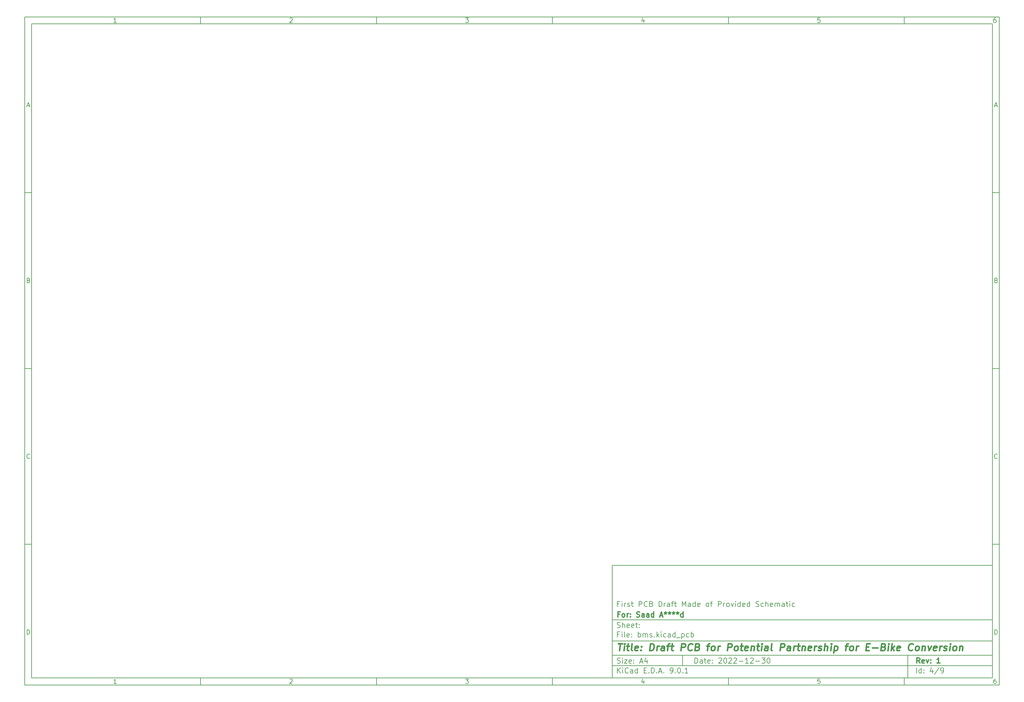
<source format=gbr>
%TF.GenerationSoftware,KiCad,Pcbnew,9.0.1*%
%TF.CreationDate,2025-04-21T20:35:50+04:00*%
%TF.ProjectId,bms,626d732e-6b69-4636-9164-5f7063625858,1*%
%TF.SameCoordinates,Original*%
%TF.FileFunction,Paste,Bot*%
%TF.FilePolarity,Positive*%
%FSLAX46Y46*%
G04 Gerber Fmt 4.6, Leading zero omitted, Abs format (unit mm)*
G04 Created by KiCad (PCBNEW 9.0.1) date 2025-04-21 20:35:50*
%MOMM*%
%LPD*%
G01*
G04 APERTURE LIST*
%ADD10C,0.100000*%
%ADD11C,0.150000*%
%ADD12C,0.300000*%
%ADD13C,0.400000*%
G04 APERTURE END LIST*
D10*
D11*
X177002200Y-166007200D02*
X285002200Y-166007200D01*
X285002200Y-198007200D01*
X177002200Y-198007200D01*
X177002200Y-166007200D01*
D10*
D11*
X10000000Y-10000000D02*
X287002200Y-10000000D01*
X287002200Y-200007200D01*
X10000000Y-200007200D01*
X10000000Y-10000000D01*
D10*
D11*
X12000000Y-12000000D02*
X285002200Y-12000000D01*
X285002200Y-198007200D01*
X12000000Y-198007200D01*
X12000000Y-12000000D01*
D10*
D11*
X60000000Y-12000000D02*
X60000000Y-10000000D01*
D10*
D11*
X110000000Y-12000000D02*
X110000000Y-10000000D01*
D10*
D11*
X160000000Y-12000000D02*
X160000000Y-10000000D01*
D10*
D11*
X210000000Y-12000000D02*
X210000000Y-10000000D01*
D10*
D11*
X260000000Y-12000000D02*
X260000000Y-10000000D01*
D10*
D11*
X36089160Y-11593604D02*
X35346303Y-11593604D01*
X35717731Y-11593604D02*
X35717731Y-10293604D01*
X35717731Y-10293604D02*
X35593922Y-10479319D01*
X35593922Y-10479319D02*
X35470112Y-10603128D01*
X35470112Y-10603128D02*
X35346303Y-10665033D01*
D10*
D11*
X85346303Y-10417414D02*
X85408207Y-10355509D01*
X85408207Y-10355509D02*
X85532017Y-10293604D01*
X85532017Y-10293604D02*
X85841541Y-10293604D01*
X85841541Y-10293604D02*
X85965350Y-10355509D01*
X85965350Y-10355509D02*
X86027255Y-10417414D01*
X86027255Y-10417414D02*
X86089160Y-10541223D01*
X86089160Y-10541223D02*
X86089160Y-10665033D01*
X86089160Y-10665033D02*
X86027255Y-10850747D01*
X86027255Y-10850747D02*
X85284398Y-11593604D01*
X85284398Y-11593604D02*
X86089160Y-11593604D01*
D10*
D11*
X135284398Y-10293604D02*
X136089160Y-10293604D01*
X136089160Y-10293604D02*
X135655826Y-10788842D01*
X135655826Y-10788842D02*
X135841541Y-10788842D01*
X135841541Y-10788842D02*
X135965350Y-10850747D01*
X135965350Y-10850747D02*
X136027255Y-10912652D01*
X136027255Y-10912652D02*
X136089160Y-11036461D01*
X136089160Y-11036461D02*
X136089160Y-11345985D01*
X136089160Y-11345985D02*
X136027255Y-11469795D01*
X136027255Y-11469795D02*
X135965350Y-11531700D01*
X135965350Y-11531700D02*
X135841541Y-11593604D01*
X135841541Y-11593604D02*
X135470112Y-11593604D01*
X135470112Y-11593604D02*
X135346303Y-11531700D01*
X135346303Y-11531700D02*
X135284398Y-11469795D01*
D10*
D11*
X185965350Y-10726938D02*
X185965350Y-11593604D01*
X185655826Y-10231700D02*
X185346303Y-11160271D01*
X185346303Y-11160271D02*
X186151064Y-11160271D01*
D10*
D11*
X236027255Y-10293604D02*
X235408207Y-10293604D01*
X235408207Y-10293604D02*
X235346303Y-10912652D01*
X235346303Y-10912652D02*
X235408207Y-10850747D01*
X235408207Y-10850747D02*
X235532017Y-10788842D01*
X235532017Y-10788842D02*
X235841541Y-10788842D01*
X235841541Y-10788842D02*
X235965350Y-10850747D01*
X235965350Y-10850747D02*
X236027255Y-10912652D01*
X236027255Y-10912652D02*
X236089160Y-11036461D01*
X236089160Y-11036461D02*
X236089160Y-11345985D01*
X236089160Y-11345985D02*
X236027255Y-11469795D01*
X236027255Y-11469795D02*
X235965350Y-11531700D01*
X235965350Y-11531700D02*
X235841541Y-11593604D01*
X235841541Y-11593604D02*
X235532017Y-11593604D01*
X235532017Y-11593604D02*
X235408207Y-11531700D01*
X235408207Y-11531700D02*
X235346303Y-11469795D01*
D10*
D11*
X285965350Y-10293604D02*
X285717731Y-10293604D01*
X285717731Y-10293604D02*
X285593922Y-10355509D01*
X285593922Y-10355509D02*
X285532017Y-10417414D01*
X285532017Y-10417414D02*
X285408207Y-10603128D01*
X285408207Y-10603128D02*
X285346303Y-10850747D01*
X285346303Y-10850747D02*
X285346303Y-11345985D01*
X285346303Y-11345985D02*
X285408207Y-11469795D01*
X285408207Y-11469795D02*
X285470112Y-11531700D01*
X285470112Y-11531700D02*
X285593922Y-11593604D01*
X285593922Y-11593604D02*
X285841541Y-11593604D01*
X285841541Y-11593604D02*
X285965350Y-11531700D01*
X285965350Y-11531700D02*
X286027255Y-11469795D01*
X286027255Y-11469795D02*
X286089160Y-11345985D01*
X286089160Y-11345985D02*
X286089160Y-11036461D01*
X286089160Y-11036461D02*
X286027255Y-10912652D01*
X286027255Y-10912652D02*
X285965350Y-10850747D01*
X285965350Y-10850747D02*
X285841541Y-10788842D01*
X285841541Y-10788842D02*
X285593922Y-10788842D01*
X285593922Y-10788842D02*
X285470112Y-10850747D01*
X285470112Y-10850747D02*
X285408207Y-10912652D01*
X285408207Y-10912652D02*
X285346303Y-11036461D01*
D10*
D11*
X60000000Y-198007200D02*
X60000000Y-200007200D01*
D10*
D11*
X110000000Y-198007200D02*
X110000000Y-200007200D01*
D10*
D11*
X160000000Y-198007200D02*
X160000000Y-200007200D01*
D10*
D11*
X210000000Y-198007200D02*
X210000000Y-200007200D01*
D10*
D11*
X260000000Y-198007200D02*
X260000000Y-200007200D01*
D10*
D11*
X36089160Y-199600804D02*
X35346303Y-199600804D01*
X35717731Y-199600804D02*
X35717731Y-198300804D01*
X35717731Y-198300804D02*
X35593922Y-198486519D01*
X35593922Y-198486519D02*
X35470112Y-198610328D01*
X35470112Y-198610328D02*
X35346303Y-198672233D01*
D10*
D11*
X85346303Y-198424614D02*
X85408207Y-198362709D01*
X85408207Y-198362709D02*
X85532017Y-198300804D01*
X85532017Y-198300804D02*
X85841541Y-198300804D01*
X85841541Y-198300804D02*
X85965350Y-198362709D01*
X85965350Y-198362709D02*
X86027255Y-198424614D01*
X86027255Y-198424614D02*
X86089160Y-198548423D01*
X86089160Y-198548423D02*
X86089160Y-198672233D01*
X86089160Y-198672233D02*
X86027255Y-198857947D01*
X86027255Y-198857947D02*
X85284398Y-199600804D01*
X85284398Y-199600804D02*
X86089160Y-199600804D01*
D10*
D11*
X135284398Y-198300804D02*
X136089160Y-198300804D01*
X136089160Y-198300804D02*
X135655826Y-198796042D01*
X135655826Y-198796042D02*
X135841541Y-198796042D01*
X135841541Y-198796042D02*
X135965350Y-198857947D01*
X135965350Y-198857947D02*
X136027255Y-198919852D01*
X136027255Y-198919852D02*
X136089160Y-199043661D01*
X136089160Y-199043661D02*
X136089160Y-199353185D01*
X136089160Y-199353185D02*
X136027255Y-199476995D01*
X136027255Y-199476995D02*
X135965350Y-199538900D01*
X135965350Y-199538900D02*
X135841541Y-199600804D01*
X135841541Y-199600804D02*
X135470112Y-199600804D01*
X135470112Y-199600804D02*
X135346303Y-199538900D01*
X135346303Y-199538900D02*
X135284398Y-199476995D01*
D10*
D11*
X185965350Y-198734138D02*
X185965350Y-199600804D01*
X185655826Y-198238900D02*
X185346303Y-199167471D01*
X185346303Y-199167471D02*
X186151064Y-199167471D01*
D10*
D11*
X236027255Y-198300804D02*
X235408207Y-198300804D01*
X235408207Y-198300804D02*
X235346303Y-198919852D01*
X235346303Y-198919852D02*
X235408207Y-198857947D01*
X235408207Y-198857947D02*
X235532017Y-198796042D01*
X235532017Y-198796042D02*
X235841541Y-198796042D01*
X235841541Y-198796042D02*
X235965350Y-198857947D01*
X235965350Y-198857947D02*
X236027255Y-198919852D01*
X236027255Y-198919852D02*
X236089160Y-199043661D01*
X236089160Y-199043661D02*
X236089160Y-199353185D01*
X236089160Y-199353185D02*
X236027255Y-199476995D01*
X236027255Y-199476995D02*
X235965350Y-199538900D01*
X235965350Y-199538900D02*
X235841541Y-199600804D01*
X235841541Y-199600804D02*
X235532017Y-199600804D01*
X235532017Y-199600804D02*
X235408207Y-199538900D01*
X235408207Y-199538900D02*
X235346303Y-199476995D01*
D10*
D11*
X285965350Y-198300804D02*
X285717731Y-198300804D01*
X285717731Y-198300804D02*
X285593922Y-198362709D01*
X285593922Y-198362709D02*
X285532017Y-198424614D01*
X285532017Y-198424614D02*
X285408207Y-198610328D01*
X285408207Y-198610328D02*
X285346303Y-198857947D01*
X285346303Y-198857947D02*
X285346303Y-199353185D01*
X285346303Y-199353185D02*
X285408207Y-199476995D01*
X285408207Y-199476995D02*
X285470112Y-199538900D01*
X285470112Y-199538900D02*
X285593922Y-199600804D01*
X285593922Y-199600804D02*
X285841541Y-199600804D01*
X285841541Y-199600804D02*
X285965350Y-199538900D01*
X285965350Y-199538900D02*
X286027255Y-199476995D01*
X286027255Y-199476995D02*
X286089160Y-199353185D01*
X286089160Y-199353185D02*
X286089160Y-199043661D01*
X286089160Y-199043661D02*
X286027255Y-198919852D01*
X286027255Y-198919852D02*
X285965350Y-198857947D01*
X285965350Y-198857947D02*
X285841541Y-198796042D01*
X285841541Y-198796042D02*
X285593922Y-198796042D01*
X285593922Y-198796042D02*
X285470112Y-198857947D01*
X285470112Y-198857947D02*
X285408207Y-198919852D01*
X285408207Y-198919852D02*
X285346303Y-199043661D01*
D10*
D11*
X10000000Y-60000000D02*
X12000000Y-60000000D01*
D10*
D11*
X10000000Y-110000000D02*
X12000000Y-110000000D01*
D10*
D11*
X10000000Y-160000000D02*
X12000000Y-160000000D01*
D10*
D11*
X10690476Y-35222176D02*
X11309523Y-35222176D01*
X10566666Y-35593604D02*
X10999999Y-34293604D01*
X10999999Y-34293604D02*
X11433333Y-35593604D01*
D10*
D11*
X11092857Y-84912652D02*
X11278571Y-84974557D01*
X11278571Y-84974557D02*
X11340476Y-85036461D01*
X11340476Y-85036461D02*
X11402380Y-85160271D01*
X11402380Y-85160271D02*
X11402380Y-85345985D01*
X11402380Y-85345985D02*
X11340476Y-85469795D01*
X11340476Y-85469795D02*
X11278571Y-85531700D01*
X11278571Y-85531700D02*
X11154761Y-85593604D01*
X11154761Y-85593604D02*
X10659523Y-85593604D01*
X10659523Y-85593604D02*
X10659523Y-84293604D01*
X10659523Y-84293604D02*
X11092857Y-84293604D01*
X11092857Y-84293604D02*
X11216666Y-84355509D01*
X11216666Y-84355509D02*
X11278571Y-84417414D01*
X11278571Y-84417414D02*
X11340476Y-84541223D01*
X11340476Y-84541223D02*
X11340476Y-84665033D01*
X11340476Y-84665033D02*
X11278571Y-84788842D01*
X11278571Y-84788842D02*
X11216666Y-84850747D01*
X11216666Y-84850747D02*
X11092857Y-84912652D01*
X11092857Y-84912652D02*
X10659523Y-84912652D01*
D10*
D11*
X11402380Y-135469795D02*
X11340476Y-135531700D01*
X11340476Y-135531700D02*
X11154761Y-135593604D01*
X11154761Y-135593604D02*
X11030952Y-135593604D01*
X11030952Y-135593604D02*
X10845238Y-135531700D01*
X10845238Y-135531700D02*
X10721428Y-135407890D01*
X10721428Y-135407890D02*
X10659523Y-135284080D01*
X10659523Y-135284080D02*
X10597619Y-135036461D01*
X10597619Y-135036461D02*
X10597619Y-134850747D01*
X10597619Y-134850747D02*
X10659523Y-134603128D01*
X10659523Y-134603128D02*
X10721428Y-134479319D01*
X10721428Y-134479319D02*
X10845238Y-134355509D01*
X10845238Y-134355509D02*
X11030952Y-134293604D01*
X11030952Y-134293604D02*
X11154761Y-134293604D01*
X11154761Y-134293604D02*
X11340476Y-134355509D01*
X11340476Y-134355509D02*
X11402380Y-134417414D01*
D10*
D11*
X10659523Y-185593604D02*
X10659523Y-184293604D01*
X10659523Y-184293604D02*
X10969047Y-184293604D01*
X10969047Y-184293604D02*
X11154761Y-184355509D01*
X11154761Y-184355509D02*
X11278571Y-184479319D01*
X11278571Y-184479319D02*
X11340476Y-184603128D01*
X11340476Y-184603128D02*
X11402380Y-184850747D01*
X11402380Y-184850747D02*
X11402380Y-185036461D01*
X11402380Y-185036461D02*
X11340476Y-185284080D01*
X11340476Y-185284080D02*
X11278571Y-185407890D01*
X11278571Y-185407890D02*
X11154761Y-185531700D01*
X11154761Y-185531700D02*
X10969047Y-185593604D01*
X10969047Y-185593604D02*
X10659523Y-185593604D01*
D10*
D11*
X287002200Y-60000000D02*
X285002200Y-60000000D01*
D10*
D11*
X287002200Y-110000000D02*
X285002200Y-110000000D01*
D10*
D11*
X287002200Y-160000000D02*
X285002200Y-160000000D01*
D10*
D11*
X285692676Y-35222176D02*
X286311723Y-35222176D01*
X285568866Y-35593604D02*
X286002199Y-34293604D01*
X286002199Y-34293604D02*
X286435533Y-35593604D01*
D10*
D11*
X286095057Y-84912652D02*
X286280771Y-84974557D01*
X286280771Y-84974557D02*
X286342676Y-85036461D01*
X286342676Y-85036461D02*
X286404580Y-85160271D01*
X286404580Y-85160271D02*
X286404580Y-85345985D01*
X286404580Y-85345985D02*
X286342676Y-85469795D01*
X286342676Y-85469795D02*
X286280771Y-85531700D01*
X286280771Y-85531700D02*
X286156961Y-85593604D01*
X286156961Y-85593604D02*
X285661723Y-85593604D01*
X285661723Y-85593604D02*
X285661723Y-84293604D01*
X285661723Y-84293604D02*
X286095057Y-84293604D01*
X286095057Y-84293604D02*
X286218866Y-84355509D01*
X286218866Y-84355509D02*
X286280771Y-84417414D01*
X286280771Y-84417414D02*
X286342676Y-84541223D01*
X286342676Y-84541223D02*
X286342676Y-84665033D01*
X286342676Y-84665033D02*
X286280771Y-84788842D01*
X286280771Y-84788842D02*
X286218866Y-84850747D01*
X286218866Y-84850747D02*
X286095057Y-84912652D01*
X286095057Y-84912652D02*
X285661723Y-84912652D01*
D10*
D11*
X286404580Y-135469795D02*
X286342676Y-135531700D01*
X286342676Y-135531700D02*
X286156961Y-135593604D01*
X286156961Y-135593604D02*
X286033152Y-135593604D01*
X286033152Y-135593604D02*
X285847438Y-135531700D01*
X285847438Y-135531700D02*
X285723628Y-135407890D01*
X285723628Y-135407890D02*
X285661723Y-135284080D01*
X285661723Y-135284080D02*
X285599819Y-135036461D01*
X285599819Y-135036461D02*
X285599819Y-134850747D01*
X285599819Y-134850747D02*
X285661723Y-134603128D01*
X285661723Y-134603128D02*
X285723628Y-134479319D01*
X285723628Y-134479319D02*
X285847438Y-134355509D01*
X285847438Y-134355509D02*
X286033152Y-134293604D01*
X286033152Y-134293604D02*
X286156961Y-134293604D01*
X286156961Y-134293604D02*
X286342676Y-134355509D01*
X286342676Y-134355509D02*
X286404580Y-134417414D01*
D10*
D11*
X285661723Y-185593604D02*
X285661723Y-184293604D01*
X285661723Y-184293604D02*
X285971247Y-184293604D01*
X285971247Y-184293604D02*
X286156961Y-184355509D01*
X286156961Y-184355509D02*
X286280771Y-184479319D01*
X286280771Y-184479319D02*
X286342676Y-184603128D01*
X286342676Y-184603128D02*
X286404580Y-184850747D01*
X286404580Y-184850747D02*
X286404580Y-185036461D01*
X286404580Y-185036461D02*
X286342676Y-185284080D01*
X286342676Y-185284080D02*
X286280771Y-185407890D01*
X286280771Y-185407890D02*
X286156961Y-185531700D01*
X286156961Y-185531700D02*
X285971247Y-185593604D01*
X285971247Y-185593604D02*
X285661723Y-185593604D01*
D10*
D11*
X200458026Y-193793328D02*
X200458026Y-192293328D01*
X200458026Y-192293328D02*
X200815169Y-192293328D01*
X200815169Y-192293328D02*
X201029455Y-192364757D01*
X201029455Y-192364757D02*
X201172312Y-192507614D01*
X201172312Y-192507614D02*
X201243741Y-192650471D01*
X201243741Y-192650471D02*
X201315169Y-192936185D01*
X201315169Y-192936185D02*
X201315169Y-193150471D01*
X201315169Y-193150471D02*
X201243741Y-193436185D01*
X201243741Y-193436185D02*
X201172312Y-193579042D01*
X201172312Y-193579042D02*
X201029455Y-193721900D01*
X201029455Y-193721900D02*
X200815169Y-193793328D01*
X200815169Y-193793328D02*
X200458026Y-193793328D01*
X202600884Y-193793328D02*
X202600884Y-193007614D01*
X202600884Y-193007614D02*
X202529455Y-192864757D01*
X202529455Y-192864757D02*
X202386598Y-192793328D01*
X202386598Y-192793328D02*
X202100884Y-192793328D01*
X202100884Y-192793328D02*
X201958026Y-192864757D01*
X202600884Y-193721900D02*
X202458026Y-193793328D01*
X202458026Y-193793328D02*
X202100884Y-193793328D01*
X202100884Y-193793328D02*
X201958026Y-193721900D01*
X201958026Y-193721900D02*
X201886598Y-193579042D01*
X201886598Y-193579042D02*
X201886598Y-193436185D01*
X201886598Y-193436185D02*
X201958026Y-193293328D01*
X201958026Y-193293328D02*
X202100884Y-193221900D01*
X202100884Y-193221900D02*
X202458026Y-193221900D01*
X202458026Y-193221900D02*
X202600884Y-193150471D01*
X203100884Y-192793328D02*
X203672312Y-192793328D01*
X203315169Y-192293328D02*
X203315169Y-193579042D01*
X203315169Y-193579042D02*
X203386598Y-193721900D01*
X203386598Y-193721900D02*
X203529455Y-193793328D01*
X203529455Y-193793328D02*
X203672312Y-193793328D01*
X204743741Y-193721900D02*
X204600884Y-193793328D01*
X204600884Y-193793328D02*
X204315170Y-193793328D01*
X204315170Y-193793328D02*
X204172312Y-193721900D01*
X204172312Y-193721900D02*
X204100884Y-193579042D01*
X204100884Y-193579042D02*
X204100884Y-193007614D01*
X204100884Y-193007614D02*
X204172312Y-192864757D01*
X204172312Y-192864757D02*
X204315170Y-192793328D01*
X204315170Y-192793328D02*
X204600884Y-192793328D01*
X204600884Y-192793328D02*
X204743741Y-192864757D01*
X204743741Y-192864757D02*
X204815170Y-193007614D01*
X204815170Y-193007614D02*
X204815170Y-193150471D01*
X204815170Y-193150471D02*
X204100884Y-193293328D01*
X205458026Y-193650471D02*
X205529455Y-193721900D01*
X205529455Y-193721900D02*
X205458026Y-193793328D01*
X205458026Y-193793328D02*
X205386598Y-193721900D01*
X205386598Y-193721900D02*
X205458026Y-193650471D01*
X205458026Y-193650471D02*
X205458026Y-193793328D01*
X205458026Y-192864757D02*
X205529455Y-192936185D01*
X205529455Y-192936185D02*
X205458026Y-193007614D01*
X205458026Y-193007614D02*
X205386598Y-192936185D01*
X205386598Y-192936185D02*
X205458026Y-192864757D01*
X205458026Y-192864757D02*
X205458026Y-193007614D01*
X207243741Y-192436185D02*
X207315169Y-192364757D01*
X207315169Y-192364757D02*
X207458027Y-192293328D01*
X207458027Y-192293328D02*
X207815169Y-192293328D01*
X207815169Y-192293328D02*
X207958027Y-192364757D01*
X207958027Y-192364757D02*
X208029455Y-192436185D01*
X208029455Y-192436185D02*
X208100884Y-192579042D01*
X208100884Y-192579042D02*
X208100884Y-192721900D01*
X208100884Y-192721900D02*
X208029455Y-192936185D01*
X208029455Y-192936185D02*
X207172312Y-193793328D01*
X207172312Y-193793328D02*
X208100884Y-193793328D01*
X209029455Y-192293328D02*
X209172312Y-192293328D01*
X209172312Y-192293328D02*
X209315169Y-192364757D01*
X209315169Y-192364757D02*
X209386598Y-192436185D01*
X209386598Y-192436185D02*
X209458026Y-192579042D01*
X209458026Y-192579042D02*
X209529455Y-192864757D01*
X209529455Y-192864757D02*
X209529455Y-193221900D01*
X209529455Y-193221900D02*
X209458026Y-193507614D01*
X209458026Y-193507614D02*
X209386598Y-193650471D01*
X209386598Y-193650471D02*
X209315169Y-193721900D01*
X209315169Y-193721900D02*
X209172312Y-193793328D01*
X209172312Y-193793328D02*
X209029455Y-193793328D01*
X209029455Y-193793328D02*
X208886598Y-193721900D01*
X208886598Y-193721900D02*
X208815169Y-193650471D01*
X208815169Y-193650471D02*
X208743740Y-193507614D01*
X208743740Y-193507614D02*
X208672312Y-193221900D01*
X208672312Y-193221900D02*
X208672312Y-192864757D01*
X208672312Y-192864757D02*
X208743740Y-192579042D01*
X208743740Y-192579042D02*
X208815169Y-192436185D01*
X208815169Y-192436185D02*
X208886598Y-192364757D01*
X208886598Y-192364757D02*
X209029455Y-192293328D01*
X210100883Y-192436185D02*
X210172311Y-192364757D01*
X210172311Y-192364757D02*
X210315169Y-192293328D01*
X210315169Y-192293328D02*
X210672311Y-192293328D01*
X210672311Y-192293328D02*
X210815169Y-192364757D01*
X210815169Y-192364757D02*
X210886597Y-192436185D01*
X210886597Y-192436185D02*
X210958026Y-192579042D01*
X210958026Y-192579042D02*
X210958026Y-192721900D01*
X210958026Y-192721900D02*
X210886597Y-192936185D01*
X210886597Y-192936185D02*
X210029454Y-193793328D01*
X210029454Y-193793328D02*
X210958026Y-193793328D01*
X211529454Y-192436185D02*
X211600882Y-192364757D01*
X211600882Y-192364757D02*
X211743740Y-192293328D01*
X211743740Y-192293328D02*
X212100882Y-192293328D01*
X212100882Y-192293328D02*
X212243740Y-192364757D01*
X212243740Y-192364757D02*
X212315168Y-192436185D01*
X212315168Y-192436185D02*
X212386597Y-192579042D01*
X212386597Y-192579042D02*
X212386597Y-192721900D01*
X212386597Y-192721900D02*
X212315168Y-192936185D01*
X212315168Y-192936185D02*
X211458025Y-193793328D01*
X211458025Y-193793328D02*
X212386597Y-193793328D01*
X213029453Y-193221900D02*
X214172311Y-193221900D01*
X215672311Y-193793328D02*
X214815168Y-193793328D01*
X215243739Y-193793328D02*
X215243739Y-192293328D01*
X215243739Y-192293328D02*
X215100882Y-192507614D01*
X215100882Y-192507614D02*
X214958025Y-192650471D01*
X214958025Y-192650471D02*
X214815168Y-192721900D01*
X216243739Y-192436185D02*
X216315167Y-192364757D01*
X216315167Y-192364757D02*
X216458025Y-192293328D01*
X216458025Y-192293328D02*
X216815167Y-192293328D01*
X216815167Y-192293328D02*
X216958025Y-192364757D01*
X216958025Y-192364757D02*
X217029453Y-192436185D01*
X217029453Y-192436185D02*
X217100882Y-192579042D01*
X217100882Y-192579042D02*
X217100882Y-192721900D01*
X217100882Y-192721900D02*
X217029453Y-192936185D01*
X217029453Y-192936185D02*
X216172310Y-193793328D01*
X216172310Y-193793328D02*
X217100882Y-193793328D01*
X217743738Y-193221900D02*
X218886596Y-193221900D01*
X219458024Y-192293328D02*
X220386596Y-192293328D01*
X220386596Y-192293328D02*
X219886596Y-192864757D01*
X219886596Y-192864757D02*
X220100881Y-192864757D01*
X220100881Y-192864757D02*
X220243739Y-192936185D01*
X220243739Y-192936185D02*
X220315167Y-193007614D01*
X220315167Y-193007614D02*
X220386596Y-193150471D01*
X220386596Y-193150471D02*
X220386596Y-193507614D01*
X220386596Y-193507614D02*
X220315167Y-193650471D01*
X220315167Y-193650471D02*
X220243739Y-193721900D01*
X220243739Y-193721900D02*
X220100881Y-193793328D01*
X220100881Y-193793328D02*
X219672310Y-193793328D01*
X219672310Y-193793328D02*
X219529453Y-193721900D01*
X219529453Y-193721900D02*
X219458024Y-193650471D01*
X221315167Y-192293328D02*
X221458024Y-192293328D01*
X221458024Y-192293328D02*
X221600881Y-192364757D01*
X221600881Y-192364757D02*
X221672310Y-192436185D01*
X221672310Y-192436185D02*
X221743738Y-192579042D01*
X221743738Y-192579042D02*
X221815167Y-192864757D01*
X221815167Y-192864757D02*
X221815167Y-193221900D01*
X221815167Y-193221900D02*
X221743738Y-193507614D01*
X221743738Y-193507614D02*
X221672310Y-193650471D01*
X221672310Y-193650471D02*
X221600881Y-193721900D01*
X221600881Y-193721900D02*
X221458024Y-193793328D01*
X221458024Y-193793328D02*
X221315167Y-193793328D01*
X221315167Y-193793328D02*
X221172310Y-193721900D01*
X221172310Y-193721900D02*
X221100881Y-193650471D01*
X221100881Y-193650471D02*
X221029452Y-193507614D01*
X221029452Y-193507614D02*
X220958024Y-193221900D01*
X220958024Y-193221900D02*
X220958024Y-192864757D01*
X220958024Y-192864757D02*
X221029452Y-192579042D01*
X221029452Y-192579042D02*
X221100881Y-192436185D01*
X221100881Y-192436185D02*
X221172310Y-192364757D01*
X221172310Y-192364757D02*
X221315167Y-192293328D01*
D10*
D11*
X177002200Y-194507200D02*
X285002200Y-194507200D01*
D10*
D11*
X178458026Y-196593328D02*
X178458026Y-195093328D01*
X179315169Y-196593328D02*
X178672312Y-195736185D01*
X179315169Y-195093328D02*
X178458026Y-195950471D01*
X179958026Y-196593328D02*
X179958026Y-195593328D01*
X179958026Y-195093328D02*
X179886598Y-195164757D01*
X179886598Y-195164757D02*
X179958026Y-195236185D01*
X179958026Y-195236185D02*
X180029455Y-195164757D01*
X180029455Y-195164757D02*
X179958026Y-195093328D01*
X179958026Y-195093328D02*
X179958026Y-195236185D01*
X181529455Y-196450471D02*
X181458027Y-196521900D01*
X181458027Y-196521900D02*
X181243741Y-196593328D01*
X181243741Y-196593328D02*
X181100884Y-196593328D01*
X181100884Y-196593328D02*
X180886598Y-196521900D01*
X180886598Y-196521900D02*
X180743741Y-196379042D01*
X180743741Y-196379042D02*
X180672312Y-196236185D01*
X180672312Y-196236185D02*
X180600884Y-195950471D01*
X180600884Y-195950471D02*
X180600884Y-195736185D01*
X180600884Y-195736185D02*
X180672312Y-195450471D01*
X180672312Y-195450471D02*
X180743741Y-195307614D01*
X180743741Y-195307614D02*
X180886598Y-195164757D01*
X180886598Y-195164757D02*
X181100884Y-195093328D01*
X181100884Y-195093328D02*
X181243741Y-195093328D01*
X181243741Y-195093328D02*
X181458027Y-195164757D01*
X181458027Y-195164757D02*
X181529455Y-195236185D01*
X182815170Y-196593328D02*
X182815170Y-195807614D01*
X182815170Y-195807614D02*
X182743741Y-195664757D01*
X182743741Y-195664757D02*
X182600884Y-195593328D01*
X182600884Y-195593328D02*
X182315170Y-195593328D01*
X182315170Y-195593328D02*
X182172312Y-195664757D01*
X182815170Y-196521900D02*
X182672312Y-196593328D01*
X182672312Y-196593328D02*
X182315170Y-196593328D01*
X182315170Y-196593328D02*
X182172312Y-196521900D01*
X182172312Y-196521900D02*
X182100884Y-196379042D01*
X182100884Y-196379042D02*
X182100884Y-196236185D01*
X182100884Y-196236185D02*
X182172312Y-196093328D01*
X182172312Y-196093328D02*
X182315170Y-196021900D01*
X182315170Y-196021900D02*
X182672312Y-196021900D01*
X182672312Y-196021900D02*
X182815170Y-195950471D01*
X184172313Y-196593328D02*
X184172313Y-195093328D01*
X184172313Y-196521900D02*
X184029455Y-196593328D01*
X184029455Y-196593328D02*
X183743741Y-196593328D01*
X183743741Y-196593328D02*
X183600884Y-196521900D01*
X183600884Y-196521900D02*
X183529455Y-196450471D01*
X183529455Y-196450471D02*
X183458027Y-196307614D01*
X183458027Y-196307614D02*
X183458027Y-195879042D01*
X183458027Y-195879042D02*
X183529455Y-195736185D01*
X183529455Y-195736185D02*
X183600884Y-195664757D01*
X183600884Y-195664757D02*
X183743741Y-195593328D01*
X183743741Y-195593328D02*
X184029455Y-195593328D01*
X184029455Y-195593328D02*
X184172313Y-195664757D01*
X186029455Y-195807614D02*
X186529455Y-195807614D01*
X186743741Y-196593328D02*
X186029455Y-196593328D01*
X186029455Y-196593328D02*
X186029455Y-195093328D01*
X186029455Y-195093328D02*
X186743741Y-195093328D01*
X187386598Y-196450471D02*
X187458027Y-196521900D01*
X187458027Y-196521900D02*
X187386598Y-196593328D01*
X187386598Y-196593328D02*
X187315170Y-196521900D01*
X187315170Y-196521900D02*
X187386598Y-196450471D01*
X187386598Y-196450471D02*
X187386598Y-196593328D01*
X188100884Y-196593328D02*
X188100884Y-195093328D01*
X188100884Y-195093328D02*
X188458027Y-195093328D01*
X188458027Y-195093328D02*
X188672313Y-195164757D01*
X188672313Y-195164757D02*
X188815170Y-195307614D01*
X188815170Y-195307614D02*
X188886599Y-195450471D01*
X188886599Y-195450471D02*
X188958027Y-195736185D01*
X188958027Y-195736185D02*
X188958027Y-195950471D01*
X188958027Y-195950471D02*
X188886599Y-196236185D01*
X188886599Y-196236185D02*
X188815170Y-196379042D01*
X188815170Y-196379042D02*
X188672313Y-196521900D01*
X188672313Y-196521900D02*
X188458027Y-196593328D01*
X188458027Y-196593328D02*
X188100884Y-196593328D01*
X189600884Y-196450471D02*
X189672313Y-196521900D01*
X189672313Y-196521900D02*
X189600884Y-196593328D01*
X189600884Y-196593328D02*
X189529456Y-196521900D01*
X189529456Y-196521900D02*
X189600884Y-196450471D01*
X189600884Y-196450471D02*
X189600884Y-196593328D01*
X190243742Y-196164757D02*
X190958028Y-196164757D01*
X190100885Y-196593328D02*
X190600885Y-195093328D01*
X190600885Y-195093328D02*
X191100885Y-196593328D01*
X191600884Y-196450471D02*
X191672313Y-196521900D01*
X191672313Y-196521900D02*
X191600884Y-196593328D01*
X191600884Y-196593328D02*
X191529456Y-196521900D01*
X191529456Y-196521900D02*
X191600884Y-196450471D01*
X191600884Y-196450471D02*
X191600884Y-196593328D01*
X193529456Y-196593328D02*
X193815170Y-196593328D01*
X193815170Y-196593328D02*
X193958027Y-196521900D01*
X193958027Y-196521900D02*
X194029456Y-196450471D01*
X194029456Y-196450471D02*
X194172313Y-196236185D01*
X194172313Y-196236185D02*
X194243742Y-195950471D01*
X194243742Y-195950471D02*
X194243742Y-195379042D01*
X194243742Y-195379042D02*
X194172313Y-195236185D01*
X194172313Y-195236185D02*
X194100885Y-195164757D01*
X194100885Y-195164757D02*
X193958027Y-195093328D01*
X193958027Y-195093328D02*
X193672313Y-195093328D01*
X193672313Y-195093328D02*
X193529456Y-195164757D01*
X193529456Y-195164757D02*
X193458027Y-195236185D01*
X193458027Y-195236185D02*
X193386599Y-195379042D01*
X193386599Y-195379042D02*
X193386599Y-195736185D01*
X193386599Y-195736185D02*
X193458027Y-195879042D01*
X193458027Y-195879042D02*
X193529456Y-195950471D01*
X193529456Y-195950471D02*
X193672313Y-196021900D01*
X193672313Y-196021900D02*
X193958027Y-196021900D01*
X193958027Y-196021900D02*
X194100885Y-195950471D01*
X194100885Y-195950471D02*
X194172313Y-195879042D01*
X194172313Y-195879042D02*
X194243742Y-195736185D01*
X194886598Y-196450471D02*
X194958027Y-196521900D01*
X194958027Y-196521900D02*
X194886598Y-196593328D01*
X194886598Y-196593328D02*
X194815170Y-196521900D01*
X194815170Y-196521900D02*
X194886598Y-196450471D01*
X194886598Y-196450471D02*
X194886598Y-196593328D01*
X195886599Y-195093328D02*
X196029456Y-195093328D01*
X196029456Y-195093328D02*
X196172313Y-195164757D01*
X196172313Y-195164757D02*
X196243742Y-195236185D01*
X196243742Y-195236185D02*
X196315170Y-195379042D01*
X196315170Y-195379042D02*
X196386599Y-195664757D01*
X196386599Y-195664757D02*
X196386599Y-196021900D01*
X196386599Y-196021900D02*
X196315170Y-196307614D01*
X196315170Y-196307614D02*
X196243742Y-196450471D01*
X196243742Y-196450471D02*
X196172313Y-196521900D01*
X196172313Y-196521900D02*
X196029456Y-196593328D01*
X196029456Y-196593328D02*
X195886599Y-196593328D01*
X195886599Y-196593328D02*
X195743742Y-196521900D01*
X195743742Y-196521900D02*
X195672313Y-196450471D01*
X195672313Y-196450471D02*
X195600884Y-196307614D01*
X195600884Y-196307614D02*
X195529456Y-196021900D01*
X195529456Y-196021900D02*
X195529456Y-195664757D01*
X195529456Y-195664757D02*
X195600884Y-195379042D01*
X195600884Y-195379042D02*
X195672313Y-195236185D01*
X195672313Y-195236185D02*
X195743742Y-195164757D01*
X195743742Y-195164757D02*
X195886599Y-195093328D01*
X197029455Y-196450471D02*
X197100884Y-196521900D01*
X197100884Y-196521900D02*
X197029455Y-196593328D01*
X197029455Y-196593328D02*
X196958027Y-196521900D01*
X196958027Y-196521900D02*
X197029455Y-196450471D01*
X197029455Y-196450471D02*
X197029455Y-196593328D01*
X198529456Y-196593328D02*
X197672313Y-196593328D01*
X198100884Y-196593328D02*
X198100884Y-195093328D01*
X198100884Y-195093328D02*
X197958027Y-195307614D01*
X197958027Y-195307614D02*
X197815170Y-195450471D01*
X197815170Y-195450471D02*
X197672313Y-195521900D01*
D10*
D11*
X177002200Y-191507200D02*
X285002200Y-191507200D01*
D10*
D12*
X264413853Y-193785528D02*
X263913853Y-193071242D01*
X263556710Y-193785528D02*
X263556710Y-192285528D01*
X263556710Y-192285528D02*
X264128139Y-192285528D01*
X264128139Y-192285528D02*
X264270996Y-192356957D01*
X264270996Y-192356957D02*
X264342425Y-192428385D01*
X264342425Y-192428385D02*
X264413853Y-192571242D01*
X264413853Y-192571242D02*
X264413853Y-192785528D01*
X264413853Y-192785528D02*
X264342425Y-192928385D01*
X264342425Y-192928385D02*
X264270996Y-192999814D01*
X264270996Y-192999814D02*
X264128139Y-193071242D01*
X264128139Y-193071242D02*
X263556710Y-193071242D01*
X265628139Y-193714100D02*
X265485282Y-193785528D01*
X265485282Y-193785528D02*
X265199568Y-193785528D01*
X265199568Y-193785528D02*
X265056710Y-193714100D01*
X265056710Y-193714100D02*
X264985282Y-193571242D01*
X264985282Y-193571242D02*
X264985282Y-192999814D01*
X264985282Y-192999814D02*
X265056710Y-192856957D01*
X265056710Y-192856957D02*
X265199568Y-192785528D01*
X265199568Y-192785528D02*
X265485282Y-192785528D01*
X265485282Y-192785528D02*
X265628139Y-192856957D01*
X265628139Y-192856957D02*
X265699568Y-192999814D01*
X265699568Y-192999814D02*
X265699568Y-193142671D01*
X265699568Y-193142671D02*
X264985282Y-193285528D01*
X266199567Y-192785528D02*
X266556710Y-193785528D01*
X266556710Y-193785528D02*
X266913853Y-192785528D01*
X267485281Y-193642671D02*
X267556710Y-193714100D01*
X267556710Y-193714100D02*
X267485281Y-193785528D01*
X267485281Y-193785528D02*
X267413853Y-193714100D01*
X267413853Y-193714100D02*
X267485281Y-193642671D01*
X267485281Y-193642671D02*
X267485281Y-193785528D01*
X267485281Y-192856957D02*
X267556710Y-192928385D01*
X267556710Y-192928385D02*
X267485281Y-192999814D01*
X267485281Y-192999814D02*
X267413853Y-192928385D01*
X267413853Y-192928385D02*
X267485281Y-192856957D01*
X267485281Y-192856957D02*
X267485281Y-192999814D01*
X270128139Y-193785528D02*
X269270996Y-193785528D01*
X269699567Y-193785528D02*
X269699567Y-192285528D01*
X269699567Y-192285528D02*
X269556710Y-192499814D01*
X269556710Y-192499814D02*
X269413853Y-192642671D01*
X269413853Y-192642671D02*
X269270996Y-192714100D01*
D10*
D11*
X178386598Y-193721900D02*
X178600884Y-193793328D01*
X178600884Y-193793328D02*
X178958026Y-193793328D01*
X178958026Y-193793328D02*
X179100884Y-193721900D01*
X179100884Y-193721900D02*
X179172312Y-193650471D01*
X179172312Y-193650471D02*
X179243741Y-193507614D01*
X179243741Y-193507614D02*
X179243741Y-193364757D01*
X179243741Y-193364757D02*
X179172312Y-193221900D01*
X179172312Y-193221900D02*
X179100884Y-193150471D01*
X179100884Y-193150471D02*
X178958026Y-193079042D01*
X178958026Y-193079042D02*
X178672312Y-193007614D01*
X178672312Y-193007614D02*
X178529455Y-192936185D01*
X178529455Y-192936185D02*
X178458026Y-192864757D01*
X178458026Y-192864757D02*
X178386598Y-192721900D01*
X178386598Y-192721900D02*
X178386598Y-192579042D01*
X178386598Y-192579042D02*
X178458026Y-192436185D01*
X178458026Y-192436185D02*
X178529455Y-192364757D01*
X178529455Y-192364757D02*
X178672312Y-192293328D01*
X178672312Y-192293328D02*
X179029455Y-192293328D01*
X179029455Y-192293328D02*
X179243741Y-192364757D01*
X179886597Y-193793328D02*
X179886597Y-192793328D01*
X179886597Y-192293328D02*
X179815169Y-192364757D01*
X179815169Y-192364757D02*
X179886597Y-192436185D01*
X179886597Y-192436185D02*
X179958026Y-192364757D01*
X179958026Y-192364757D02*
X179886597Y-192293328D01*
X179886597Y-192293328D02*
X179886597Y-192436185D01*
X180458026Y-192793328D02*
X181243741Y-192793328D01*
X181243741Y-192793328D02*
X180458026Y-193793328D01*
X180458026Y-193793328D02*
X181243741Y-193793328D01*
X182386598Y-193721900D02*
X182243741Y-193793328D01*
X182243741Y-193793328D02*
X181958027Y-193793328D01*
X181958027Y-193793328D02*
X181815169Y-193721900D01*
X181815169Y-193721900D02*
X181743741Y-193579042D01*
X181743741Y-193579042D02*
X181743741Y-193007614D01*
X181743741Y-193007614D02*
X181815169Y-192864757D01*
X181815169Y-192864757D02*
X181958027Y-192793328D01*
X181958027Y-192793328D02*
X182243741Y-192793328D01*
X182243741Y-192793328D02*
X182386598Y-192864757D01*
X182386598Y-192864757D02*
X182458027Y-193007614D01*
X182458027Y-193007614D02*
X182458027Y-193150471D01*
X182458027Y-193150471D02*
X181743741Y-193293328D01*
X183100883Y-193650471D02*
X183172312Y-193721900D01*
X183172312Y-193721900D02*
X183100883Y-193793328D01*
X183100883Y-193793328D02*
X183029455Y-193721900D01*
X183029455Y-193721900D02*
X183100883Y-193650471D01*
X183100883Y-193650471D02*
X183100883Y-193793328D01*
X183100883Y-192864757D02*
X183172312Y-192936185D01*
X183172312Y-192936185D02*
X183100883Y-193007614D01*
X183100883Y-193007614D02*
X183029455Y-192936185D01*
X183029455Y-192936185D02*
X183100883Y-192864757D01*
X183100883Y-192864757D02*
X183100883Y-193007614D01*
X184886598Y-193364757D02*
X185600884Y-193364757D01*
X184743741Y-193793328D02*
X185243741Y-192293328D01*
X185243741Y-192293328D02*
X185743741Y-193793328D01*
X186886598Y-192793328D02*
X186886598Y-193793328D01*
X186529455Y-192221900D02*
X186172312Y-193293328D01*
X186172312Y-193293328D02*
X187100883Y-193293328D01*
D10*
D11*
X263458026Y-196593328D02*
X263458026Y-195093328D01*
X264815170Y-196593328D02*
X264815170Y-195093328D01*
X264815170Y-196521900D02*
X264672312Y-196593328D01*
X264672312Y-196593328D02*
X264386598Y-196593328D01*
X264386598Y-196593328D02*
X264243741Y-196521900D01*
X264243741Y-196521900D02*
X264172312Y-196450471D01*
X264172312Y-196450471D02*
X264100884Y-196307614D01*
X264100884Y-196307614D02*
X264100884Y-195879042D01*
X264100884Y-195879042D02*
X264172312Y-195736185D01*
X264172312Y-195736185D02*
X264243741Y-195664757D01*
X264243741Y-195664757D02*
X264386598Y-195593328D01*
X264386598Y-195593328D02*
X264672312Y-195593328D01*
X264672312Y-195593328D02*
X264815170Y-195664757D01*
X265529455Y-196450471D02*
X265600884Y-196521900D01*
X265600884Y-196521900D02*
X265529455Y-196593328D01*
X265529455Y-196593328D02*
X265458027Y-196521900D01*
X265458027Y-196521900D02*
X265529455Y-196450471D01*
X265529455Y-196450471D02*
X265529455Y-196593328D01*
X265529455Y-195664757D02*
X265600884Y-195736185D01*
X265600884Y-195736185D02*
X265529455Y-195807614D01*
X265529455Y-195807614D02*
X265458027Y-195736185D01*
X265458027Y-195736185D02*
X265529455Y-195664757D01*
X265529455Y-195664757D02*
X265529455Y-195807614D01*
X268029456Y-195593328D02*
X268029456Y-196593328D01*
X267672313Y-195021900D02*
X267315170Y-196093328D01*
X267315170Y-196093328D02*
X268243741Y-196093328D01*
X269886598Y-195021900D02*
X268600884Y-196950471D01*
X270458027Y-196593328D02*
X270743741Y-196593328D01*
X270743741Y-196593328D02*
X270886598Y-196521900D01*
X270886598Y-196521900D02*
X270958027Y-196450471D01*
X270958027Y-196450471D02*
X271100884Y-196236185D01*
X271100884Y-196236185D02*
X271172313Y-195950471D01*
X271172313Y-195950471D02*
X271172313Y-195379042D01*
X271172313Y-195379042D02*
X271100884Y-195236185D01*
X271100884Y-195236185D02*
X271029456Y-195164757D01*
X271029456Y-195164757D02*
X270886598Y-195093328D01*
X270886598Y-195093328D02*
X270600884Y-195093328D01*
X270600884Y-195093328D02*
X270458027Y-195164757D01*
X270458027Y-195164757D02*
X270386598Y-195236185D01*
X270386598Y-195236185D02*
X270315170Y-195379042D01*
X270315170Y-195379042D02*
X270315170Y-195736185D01*
X270315170Y-195736185D02*
X270386598Y-195879042D01*
X270386598Y-195879042D02*
X270458027Y-195950471D01*
X270458027Y-195950471D02*
X270600884Y-196021900D01*
X270600884Y-196021900D02*
X270886598Y-196021900D01*
X270886598Y-196021900D02*
X271029456Y-195950471D01*
X271029456Y-195950471D02*
X271100884Y-195879042D01*
X271100884Y-195879042D02*
X271172313Y-195736185D01*
D10*
D11*
X177002200Y-187507200D02*
X285002200Y-187507200D01*
D10*
D13*
X178693928Y-188211638D02*
X179836785Y-188211638D01*
X179015357Y-190211638D02*
X179265357Y-188211638D01*
X180253452Y-190211638D02*
X180420119Y-188878304D01*
X180503452Y-188211638D02*
X180396309Y-188306876D01*
X180396309Y-188306876D02*
X180479643Y-188402114D01*
X180479643Y-188402114D02*
X180586786Y-188306876D01*
X180586786Y-188306876D02*
X180503452Y-188211638D01*
X180503452Y-188211638D02*
X180479643Y-188402114D01*
X181086786Y-188878304D02*
X181848690Y-188878304D01*
X181455833Y-188211638D02*
X181241548Y-189925923D01*
X181241548Y-189925923D02*
X181312976Y-190116400D01*
X181312976Y-190116400D02*
X181491548Y-190211638D01*
X181491548Y-190211638D02*
X181682024Y-190211638D01*
X182634405Y-190211638D02*
X182455833Y-190116400D01*
X182455833Y-190116400D02*
X182384405Y-189925923D01*
X182384405Y-189925923D02*
X182598690Y-188211638D01*
X184170119Y-190116400D02*
X183967738Y-190211638D01*
X183967738Y-190211638D02*
X183586785Y-190211638D01*
X183586785Y-190211638D02*
X183408214Y-190116400D01*
X183408214Y-190116400D02*
X183336785Y-189925923D01*
X183336785Y-189925923D02*
X183432024Y-189164019D01*
X183432024Y-189164019D02*
X183551071Y-188973542D01*
X183551071Y-188973542D02*
X183753452Y-188878304D01*
X183753452Y-188878304D02*
X184134404Y-188878304D01*
X184134404Y-188878304D02*
X184312976Y-188973542D01*
X184312976Y-188973542D02*
X184384404Y-189164019D01*
X184384404Y-189164019D02*
X184360595Y-189354495D01*
X184360595Y-189354495D02*
X183384404Y-189544971D01*
X185134405Y-190021161D02*
X185217738Y-190116400D01*
X185217738Y-190116400D02*
X185110595Y-190211638D01*
X185110595Y-190211638D02*
X185027262Y-190116400D01*
X185027262Y-190116400D02*
X185134405Y-190021161D01*
X185134405Y-190021161D02*
X185110595Y-190211638D01*
X185265357Y-188973542D02*
X185348690Y-189068780D01*
X185348690Y-189068780D02*
X185241548Y-189164019D01*
X185241548Y-189164019D02*
X185158214Y-189068780D01*
X185158214Y-189068780D02*
X185265357Y-188973542D01*
X185265357Y-188973542D02*
X185241548Y-189164019D01*
X187586786Y-190211638D02*
X187836786Y-188211638D01*
X187836786Y-188211638D02*
X188312977Y-188211638D01*
X188312977Y-188211638D02*
X188586786Y-188306876D01*
X188586786Y-188306876D02*
X188753453Y-188497352D01*
X188753453Y-188497352D02*
X188824881Y-188687828D01*
X188824881Y-188687828D02*
X188872501Y-189068780D01*
X188872501Y-189068780D02*
X188836786Y-189354495D01*
X188836786Y-189354495D02*
X188693929Y-189735447D01*
X188693929Y-189735447D02*
X188574881Y-189925923D01*
X188574881Y-189925923D02*
X188360596Y-190116400D01*
X188360596Y-190116400D02*
X188062977Y-190211638D01*
X188062977Y-190211638D02*
X187586786Y-190211638D01*
X189586786Y-190211638D02*
X189753453Y-188878304D01*
X189705834Y-189259257D02*
X189824881Y-189068780D01*
X189824881Y-189068780D02*
X189932024Y-188973542D01*
X189932024Y-188973542D02*
X190134405Y-188878304D01*
X190134405Y-188878304D02*
X190324881Y-188878304D01*
X191682024Y-190211638D02*
X191812976Y-189164019D01*
X191812976Y-189164019D02*
X191741548Y-188973542D01*
X191741548Y-188973542D02*
X191562976Y-188878304D01*
X191562976Y-188878304D02*
X191182024Y-188878304D01*
X191182024Y-188878304D02*
X190979643Y-188973542D01*
X191693929Y-190116400D02*
X191491548Y-190211638D01*
X191491548Y-190211638D02*
X191015357Y-190211638D01*
X191015357Y-190211638D02*
X190836786Y-190116400D01*
X190836786Y-190116400D02*
X190765357Y-189925923D01*
X190765357Y-189925923D02*
X190789167Y-189735447D01*
X190789167Y-189735447D02*
X190908215Y-189544971D01*
X190908215Y-189544971D02*
X191110596Y-189449733D01*
X191110596Y-189449733D02*
X191586786Y-189449733D01*
X191586786Y-189449733D02*
X191789167Y-189354495D01*
X192515358Y-188878304D02*
X193277262Y-188878304D01*
X192634405Y-190211638D02*
X192848691Y-188497352D01*
X192848691Y-188497352D02*
X192967739Y-188306876D01*
X192967739Y-188306876D02*
X193170120Y-188211638D01*
X193170120Y-188211638D02*
X193360596Y-188211638D01*
X193658215Y-188878304D02*
X194420119Y-188878304D01*
X194027262Y-188211638D02*
X193812977Y-189925923D01*
X193812977Y-189925923D02*
X193884405Y-190116400D01*
X193884405Y-190116400D02*
X194062977Y-190211638D01*
X194062977Y-190211638D02*
X194253453Y-190211638D01*
X196443929Y-190211638D02*
X196693929Y-188211638D01*
X196693929Y-188211638D02*
X197455834Y-188211638D01*
X197455834Y-188211638D02*
X197634405Y-188306876D01*
X197634405Y-188306876D02*
X197717739Y-188402114D01*
X197717739Y-188402114D02*
X197789167Y-188592590D01*
X197789167Y-188592590D02*
X197753453Y-188878304D01*
X197753453Y-188878304D02*
X197634405Y-189068780D01*
X197634405Y-189068780D02*
X197527263Y-189164019D01*
X197527263Y-189164019D02*
X197324882Y-189259257D01*
X197324882Y-189259257D02*
X196562977Y-189259257D01*
X199610596Y-190021161D02*
X199503453Y-190116400D01*
X199503453Y-190116400D02*
X199205834Y-190211638D01*
X199205834Y-190211638D02*
X199015358Y-190211638D01*
X199015358Y-190211638D02*
X198741548Y-190116400D01*
X198741548Y-190116400D02*
X198574882Y-189925923D01*
X198574882Y-189925923D02*
X198503453Y-189735447D01*
X198503453Y-189735447D02*
X198455834Y-189354495D01*
X198455834Y-189354495D02*
X198491548Y-189068780D01*
X198491548Y-189068780D02*
X198634405Y-188687828D01*
X198634405Y-188687828D02*
X198753453Y-188497352D01*
X198753453Y-188497352D02*
X198967739Y-188306876D01*
X198967739Y-188306876D02*
X199265358Y-188211638D01*
X199265358Y-188211638D02*
X199455834Y-188211638D01*
X199455834Y-188211638D02*
X199729644Y-188306876D01*
X199729644Y-188306876D02*
X199812977Y-188402114D01*
X201241548Y-189164019D02*
X201515358Y-189259257D01*
X201515358Y-189259257D02*
X201598691Y-189354495D01*
X201598691Y-189354495D02*
X201670120Y-189544971D01*
X201670120Y-189544971D02*
X201634405Y-189830685D01*
X201634405Y-189830685D02*
X201515358Y-190021161D01*
X201515358Y-190021161D02*
X201408215Y-190116400D01*
X201408215Y-190116400D02*
X201205834Y-190211638D01*
X201205834Y-190211638D02*
X200443929Y-190211638D01*
X200443929Y-190211638D02*
X200693929Y-188211638D01*
X200693929Y-188211638D02*
X201360596Y-188211638D01*
X201360596Y-188211638D02*
X201539167Y-188306876D01*
X201539167Y-188306876D02*
X201622501Y-188402114D01*
X201622501Y-188402114D02*
X201693929Y-188592590D01*
X201693929Y-188592590D02*
X201670120Y-188783066D01*
X201670120Y-188783066D02*
X201551072Y-188973542D01*
X201551072Y-188973542D02*
X201443929Y-189068780D01*
X201443929Y-189068780D02*
X201241548Y-189164019D01*
X201241548Y-189164019D02*
X200574882Y-189164019D01*
X203848692Y-188878304D02*
X204610596Y-188878304D01*
X203967739Y-190211638D02*
X204182025Y-188497352D01*
X204182025Y-188497352D02*
X204301073Y-188306876D01*
X204301073Y-188306876D02*
X204503454Y-188211638D01*
X204503454Y-188211638D02*
X204693930Y-188211638D01*
X205396311Y-190211638D02*
X205217739Y-190116400D01*
X205217739Y-190116400D02*
X205134406Y-190021161D01*
X205134406Y-190021161D02*
X205062977Y-189830685D01*
X205062977Y-189830685D02*
X205134406Y-189259257D01*
X205134406Y-189259257D02*
X205253453Y-189068780D01*
X205253453Y-189068780D02*
X205360596Y-188973542D01*
X205360596Y-188973542D02*
X205562977Y-188878304D01*
X205562977Y-188878304D02*
X205848691Y-188878304D01*
X205848691Y-188878304D02*
X206027263Y-188973542D01*
X206027263Y-188973542D02*
X206110596Y-189068780D01*
X206110596Y-189068780D02*
X206182025Y-189259257D01*
X206182025Y-189259257D02*
X206110596Y-189830685D01*
X206110596Y-189830685D02*
X205991549Y-190021161D01*
X205991549Y-190021161D02*
X205884406Y-190116400D01*
X205884406Y-190116400D02*
X205682025Y-190211638D01*
X205682025Y-190211638D02*
X205396311Y-190211638D01*
X206920120Y-190211638D02*
X207086787Y-188878304D01*
X207039168Y-189259257D02*
X207158215Y-189068780D01*
X207158215Y-189068780D02*
X207265358Y-188973542D01*
X207265358Y-188973542D02*
X207467739Y-188878304D01*
X207467739Y-188878304D02*
X207658215Y-188878304D01*
X209682025Y-190211638D02*
X209932025Y-188211638D01*
X209932025Y-188211638D02*
X210693930Y-188211638D01*
X210693930Y-188211638D02*
X210872501Y-188306876D01*
X210872501Y-188306876D02*
X210955835Y-188402114D01*
X210955835Y-188402114D02*
X211027263Y-188592590D01*
X211027263Y-188592590D02*
X210991549Y-188878304D01*
X210991549Y-188878304D02*
X210872501Y-189068780D01*
X210872501Y-189068780D02*
X210765359Y-189164019D01*
X210765359Y-189164019D02*
X210562978Y-189259257D01*
X210562978Y-189259257D02*
X209801073Y-189259257D01*
X211967740Y-190211638D02*
X211789168Y-190116400D01*
X211789168Y-190116400D02*
X211705835Y-190021161D01*
X211705835Y-190021161D02*
X211634406Y-189830685D01*
X211634406Y-189830685D02*
X211705835Y-189259257D01*
X211705835Y-189259257D02*
X211824882Y-189068780D01*
X211824882Y-189068780D02*
X211932025Y-188973542D01*
X211932025Y-188973542D02*
X212134406Y-188878304D01*
X212134406Y-188878304D02*
X212420120Y-188878304D01*
X212420120Y-188878304D02*
X212598692Y-188973542D01*
X212598692Y-188973542D02*
X212682025Y-189068780D01*
X212682025Y-189068780D02*
X212753454Y-189259257D01*
X212753454Y-189259257D02*
X212682025Y-189830685D01*
X212682025Y-189830685D02*
X212562978Y-190021161D01*
X212562978Y-190021161D02*
X212455835Y-190116400D01*
X212455835Y-190116400D02*
X212253454Y-190211638D01*
X212253454Y-190211638D02*
X211967740Y-190211638D01*
X213372502Y-188878304D02*
X214134406Y-188878304D01*
X213741549Y-188211638D02*
X213527264Y-189925923D01*
X213527264Y-189925923D02*
X213598692Y-190116400D01*
X213598692Y-190116400D02*
X213777264Y-190211638D01*
X213777264Y-190211638D02*
X213967740Y-190211638D01*
X215408216Y-190116400D02*
X215205835Y-190211638D01*
X215205835Y-190211638D02*
X214824882Y-190211638D01*
X214824882Y-190211638D02*
X214646311Y-190116400D01*
X214646311Y-190116400D02*
X214574882Y-189925923D01*
X214574882Y-189925923D02*
X214670121Y-189164019D01*
X214670121Y-189164019D02*
X214789168Y-188973542D01*
X214789168Y-188973542D02*
X214991549Y-188878304D01*
X214991549Y-188878304D02*
X215372501Y-188878304D01*
X215372501Y-188878304D02*
X215551073Y-188973542D01*
X215551073Y-188973542D02*
X215622501Y-189164019D01*
X215622501Y-189164019D02*
X215598692Y-189354495D01*
X215598692Y-189354495D02*
X214622501Y-189544971D01*
X216515359Y-188878304D02*
X216348692Y-190211638D01*
X216491549Y-189068780D02*
X216598692Y-188973542D01*
X216598692Y-188973542D02*
X216801073Y-188878304D01*
X216801073Y-188878304D02*
X217086787Y-188878304D01*
X217086787Y-188878304D02*
X217265359Y-188973542D01*
X217265359Y-188973542D02*
X217336787Y-189164019D01*
X217336787Y-189164019D02*
X217205835Y-190211638D01*
X218039169Y-188878304D02*
X218801073Y-188878304D01*
X218408216Y-188211638D02*
X218193931Y-189925923D01*
X218193931Y-189925923D02*
X218265359Y-190116400D01*
X218265359Y-190116400D02*
X218443931Y-190211638D01*
X218443931Y-190211638D02*
X218634407Y-190211638D01*
X219301073Y-190211638D02*
X219467740Y-188878304D01*
X219551073Y-188211638D02*
X219443930Y-188306876D01*
X219443930Y-188306876D02*
X219527264Y-188402114D01*
X219527264Y-188402114D02*
X219634407Y-188306876D01*
X219634407Y-188306876D02*
X219551073Y-188211638D01*
X219551073Y-188211638D02*
X219527264Y-188402114D01*
X221110597Y-190211638D02*
X221241549Y-189164019D01*
X221241549Y-189164019D02*
X221170121Y-188973542D01*
X221170121Y-188973542D02*
X220991549Y-188878304D01*
X220991549Y-188878304D02*
X220610597Y-188878304D01*
X220610597Y-188878304D02*
X220408216Y-188973542D01*
X221122502Y-190116400D02*
X220920121Y-190211638D01*
X220920121Y-190211638D02*
X220443930Y-190211638D01*
X220443930Y-190211638D02*
X220265359Y-190116400D01*
X220265359Y-190116400D02*
X220193930Y-189925923D01*
X220193930Y-189925923D02*
X220217740Y-189735447D01*
X220217740Y-189735447D02*
X220336788Y-189544971D01*
X220336788Y-189544971D02*
X220539169Y-189449733D01*
X220539169Y-189449733D02*
X221015359Y-189449733D01*
X221015359Y-189449733D02*
X221217740Y-189354495D01*
X222348693Y-190211638D02*
X222170121Y-190116400D01*
X222170121Y-190116400D02*
X222098693Y-189925923D01*
X222098693Y-189925923D02*
X222312978Y-188211638D01*
X224634407Y-190211638D02*
X224884407Y-188211638D01*
X224884407Y-188211638D02*
X225646312Y-188211638D01*
X225646312Y-188211638D02*
X225824883Y-188306876D01*
X225824883Y-188306876D02*
X225908217Y-188402114D01*
X225908217Y-188402114D02*
X225979645Y-188592590D01*
X225979645Y-188592590D02*
X225943931Y-188878304D01*
X225943931Y-188878304D02*
X225824883Y-189068780D01*
X225824883Y-189068780D02*
X225717741Y-189164019D01*
X225717741Y-189164019D02*
X225515360Y-189259257D01*
X225515360Y-189259257D02*
X224753455Y-189259257D01*
X227491550Y-190211638D02*
X227622502Y-189164019D01*
X227622502Y-189164019D02*
X227551074Y-188973542D01*
X227551074Y-188973542D02*
X227372502Y-188878304D01*
X227372502Y-188878304D02*
X226991550Y-188878304D01*
X226991550Y-188878304D02*
X226789169Y-188973542D01*
X227503455Y-190116400D02*
X227301074Y-190211638D01*
X227301074Y-190211638D02*
X226824883Y-190211638D01*
X226824883Y-190211638D02*
X226646312Y-190116400D01*
X226646312Y-190116400D02*
X226574883Y-189925923D01*
X226574883Y-189925923D02*
X226598693Y-189735447D01*
X226598693Y-189735447D02*
X226717741Y-189544971D01*
X226717741Y-189544971D02*
X226920122Y-189449733D01*
X226920122Y-189449733D02*
X227396312Y-189449733D01*
X227396312Y-189449733D02*
X227598693Y-189354495D01*
X228443931Y-190211638D02*
X228610598Y-188878304D01*
X228562979Y-189259257D02*
X228682026Y-189068780D01*
X228682026Y-189068780D02*
X228789169Y-188973542D01*
X228789169Y-188973542D02*
X228991550Y-188878304D01*
X228991550Y-188878304D02*
X229182026Y-188878304D01*
X229562979Y-188878304D02*
X230324883Y-188878304D01*
X229932026Y-188211638D02*
X229717741Y-189925923D01*
X229717741Y-189925923D02*
X229789169Y-190116400D01*
X229789169Y-190116400D02*
X229967741Y-190211638D01*
X229967741Y-190211638D02*
X230158217Y-190211638D01*
X230991550Y-188878304D02*
X230824883Y-190211638D01*
X230967740Y-189068780D02*
X231074883Y-188973542D01*
X231074883Y-188973542D02*
X231277264Y-188878304D01*
X231277264Y-188878304D02*
X231562978Y-188878304D01*
X231562978Y-188878304D02*
X231741550Y-188973542D01*
X231741550Y-188973542D02*
X231812978Y-189164019D01*
X231812978Y-189164019D02*
X231682026Y-190211638D01*
X233408217Y-190116400D02*
X233205836Y-190211638D01*
X233205836Y-190211638D02*
X232824883Y-190211638D01*
X232824883Y-190211638D02*
X232646312Y-190116400D01*
X232646312Y-190116400D02*
X232574883Y-189925923D01*
X232574883Y-189925923D02*
X232670122Y-189164019D01*
X232670122Y-189164019D02*
X232789169Y-188973542D01*
X232789169Y-188973542D02*
X232991550Y-188878304D01*
X232991550Y-188878304D02*
X233372502Y-188878304D01*
X233372502Y-188878304D02*
X233551074Y-188973542D01*
X233551074Y-188973542D02*
X233622502Y-189164019D01*
X233622502Y-189164019D02*
X233598693Y-189354495D01*
X233598693Y-189354495D02*
X232622502Y-189544971D01*
X234348693Y-190211638D02*
X234515360Y-188878304D01*
X234467741Y-189259257D02*
X234586788Y-189068780D01*
X234586788Y-189068780D02*
X234693931Y-188973542D01*
X234693931Y-188973542D02*
X234896312Y-188878304D01*
X234896312Y-188878304D02*
X235086788Y-188878304D01*
X235503455Y-190116400D02*
X235682026Y-190211638D01*
X235682026Y-190211638D02*
X236062979Y-190211638D01*
X236062979Y-190211638D02*
X236265360Y-190116400D01*
X236265360Y-190116400D02*
X236384407Y-189925923D01*
X236384407Y-189925923D02*
X236396312Y-189830685D01*
X236396312Y-189830685D02*
X236324883Y-189640209D01*
X236324883Y-189640209D02*
X236146312Y-189544971D01*
X236146312Y-189544971D02*
X235860598Y-189544971D01*
X235860598Y-189544971D02*
X235682026Y-189449733D01*
X235682026Y-189449733D02*
X235610598Y-189259257D01*
X235610598Y-189259257D02*
X235622503Y-189164019D01*
X235622503Y-189164019D02*
X235741550Y-188973542D01*
X235741550Y-188973542D02*
X235943931Y-188878304D01*
X235943931Y-188878304D02*
X236229645Y-188878304D01*
X236229645Y-188878304D02*
X236408217Y-188973542D01*
X237205836Y-190211638D02*
X237455836Y-188211638D01*
X238062979Y-190211638D02*
X238193931Y-189164019D01*
X238193931Y-189164019D02*
X238122503Y-188973542D01*
X238122503Y-188973542D02*
X237943931Y-188878304D01*
X237943931Y-188878304D02*
X237658217Y-188878304D01*
X237658217Y-188878304D02*
X237455836Y-188973542D01*
X237455836Y-188973542D02*
X237348693Y-189068780D01*
X239015360Y-190211638D02*
X239182027Y-188878304D01*
X239265360Y-188211638D02*
X239158217Y-188306876D01*
X239158217Y-188306876D02*
X239241551Y-188402114D01*
X239241551Y-188402114D02*
X239348694Y-188306876D01*
X239348694Y-188306876D02*
X239265360Y-188211638D01*
X239265360Y-188211638D02*
X239241551Y-188402114D01*
X240134408Y-188878304D02*
X239884408Y-190878304D01*
X240122503Y-188973542D02*
X240324884Y-188878304D01*
X240324884Y-188878304D02*
X240705836Y-188878304D01*
X240705836Y-188878304D02*
X240884408Y-188973542D01*
X240884408Y-188973542D02*
X240967741Y-189068780D01*
X240967741Y-189068780D02*
X241039170Y-189259257D01*
X241039170Y-189259257D02*
X240967741Y-189830685D01*
X240967741Y-189830685D02*
X240848694Y-190021161D01*
X240848694Y-190021161D02*
X240741551Y-190116400D01*
X240741551Y-190116400D02*
X240539170Y-190211638D01*
X240539170Y-190211638D02*
X240158217Y-190211638D01*
X240158217Y-190211638D02*
X239979646Y-190116400D01*
X243182028Y-188878304D02*
X243943932Y-188878304D01*
X243301075Y-190211638D02*
X243515361Y-188497352D01*
X243515361Y-188497352D02*
X243634409Y-188306876D01*
X243634409Y-188306876D02*
X243836790Y-188211638D01*
X243836790Y-188211638D02*
X244027266Y-188211638D01*
X244729647Y-190211638D02*
X244551075Y-190116400D01*
X244551075Y-190116400D02*
X244467742Y-190021161D01*
X244467742Y-190021161D02*
X244396313Y-189830685D01*
X244396313Y-189830685D02*
X244467742Y-189259257D01*
X244467742Y-189259257D02*
X244586789Y-189068780D01*
X244586789Y-189068780D02*
X244693932Y-188973542D01*
X244693932Y-188973542D02*
X244896313Y-188878304D01*
X244896313Y-188878304D02*
X245182027Y-188878304D01*
X245182027Y-188878304D02*
X245360599Y-188973542D01*
X245360599Y-188973542D02*
X245443932Y-189068780D01*
X245443932Y-189068780D02*
X245515361Y-189259257D01*
X245515361Y-189259257D02*
X245443932Y-189830685D01*
X245443932Y-189830685D02*
X245324885Y-190021161D01*
X245324885Y-190021161D02*
X245217742Y-190116400D01*
X245217742Y-190116400D02*
X245015361Y-190211638D01*
X245015361Y-190211638D02*
X244729647Y-190211638D01*
X246253456Y-190211638D02*
X246420123Y-188878304D01*
X246372504Y-189259257D02*
X246491551Y-189068780D01*
X246491551Y-189068780D02*
X246598694Y-188973542D01*
X246598694Y-188973542D02*
X246801075Y-188878304D01*
X246801075Y-188878304D02*
X246991551Y-188878304D01*
X249146314Y-189164019D02*
X249812980Y-189164019D01*
X249967742Y-190211638D02*
X249015361Y-190211638D01*
X249015361Y-190211638D02*
X249265361Y-188211638D01*
X249265361Y-188211638D02*
X250217742Y-188211638D01*
X250920123Y-189449733D02*
X252443933Y-189449733D01*
X254098694Y-189164019D02*
X254372504Y-189259257D01*
X254372504Y-189259257D02*
X254455837Y-189354495D01*
X254455837Y-189354495D02*
X254527266Y-189544971D01*
X254527266Y-189544971D02*
X254491551Y-189830685D01*
X254491551Y-189830685D02*
X254372504Y-190021161D01*
X254372504Y-190021161D02*
X254265361Y-190116400D01*
X254265361Y-190116400D02*
X254062980Y-190211638D01*
X254062980Y-190211638D02*
X253301075Y-190211638D01*
X253301075Y-190211638D02*
X253551075Y-188211638D01*
X253551075Y-188211638D02*
X254217742Y-188211638D01*
X254217742Y-188211638D02*
X254396313Y-188306876D01*
X254396313Y-188306876D02*
X254479647Y-188402114D01*
X254479647Y-188402114D02*
X254551075Y-188592590D01*
X254551075Y-188592590D02*
X254527266Y-188783066D01*
X254527266Y-188783066D02*
X254408218Y-188973542D01*
X254408218Y-188973542D02*
X254301075Y-189068780D01*
X254301075Y-189068780D02*
X254098694Y-189164019D01*
X254098694Y-189164019D02*
X253432028Y-189164019D01*
X255301075Y-190211638D02*
X255467742Y-188878304D01*
X255551075Y-188211638D02*
X255443932Y-188306876D01*
X255443932Y-188306876D02*
X255527266Y-188402114D01*
X255527266Y-188402114D02*
X255634409Y-188306876D01*
X255634409Y-188306876D02*
X255551075Y-188211638D01*
X255551075Y-188211638D02*
X255527266Y-188402114D01*
X256253456Y-190211638D02*
X256503456Y-188211638D01*
X256539171Y-189449733D02*
X257015361Y-190211638D01*
X257182028Y-188878304D02*
X256324885Y-189640209D01*
X258646314Y-190116400D02*
X258443933Y-190211638D01*
X258443933Y-190211638D02*
X258062980Y-190211638D01*
X258062980Y-190211638D02*
X257884409Y-190116400D01*
X257884409Y-190116400D02*
X257812980Y-189925923D01*
X257812980Y-189925923D02*
X257908219Y-189164019D01*
X257908219Y-189164019D02*
X258027266Y-188973542D01*
X258027266Y-188973542D02*
X258229647Y-188878304D01*
X258229647Y-188878304D02*
X258610599Y-188878304D01*
X258610599Y-188878304D02*
X258789171Y-188973542D01*
X258789171Y-188973542D02*
X258860599Y-189164019D01*
X258860599Y-189164019D02*
X258836790Y-189354495D01*
X258836790Y-189354495D02*
X257860599Y-189544971D01*
X262277267Y-190021161D02*
X262170124Y-190116400D01*
X262170124Y-190116400D02*
X261872505Y-190211638D01*
X261872505Y-190211638D02*
X261682029Y-190211638D01*
X261682029Y-190211638D02*
X261408219Y-190116400D01*
X261408219Y-190116400D02*
X261241553Y-189925923D01*
X261241553Y-189925923D02*
X261170124Y-189735447D01*
X261170124Y-189735447D02*
X261122505Y-189354495D01*
X261122505Y-189354495D02*
X261158219Y-189068780D01*
X261158219Y-189068780D02*
X261301076Y-188687828D01*
X261301076Y-188687828D02*
X261420124Y-188497352D01*
X261420124Y-188497352D02*
X261634410Y-188306876D01*
X261634410Y-188306876D02*
X261932029Y-188211638D01*
X261932029Y-188211638D02*
X262122505Y-188211638D01*
X262122505Y-188211638D02*
X262396315Y-188306876D01*
X262396315Y-188306876D02*
X262479648Y-188402114D01*
X263396315Y-190211638D02*
X263217743Y-190116400D01*
X263217743Y-190116400D02*
X263134410Y-190021161D01*
X263134410Y-190021161D02*
X263062981Y-189830685D01*
X263062981Y-189830685D02*
X263134410Y-189259257D01*
X263134410Y-189259257D02*
X263253457Y-189068780D01*
X263253457Y-189068780D02*
X263360600Y-188973542D01*
X263360600Y-188973542D02*
X263562981Y-188878304D01*
X263562981Y-188878304D02*
X263848695Y-188878304D01*
X263848695Y-188878304D02*
X264027267Y-188973542D01*
X264027267Y-188973542D02*
X264110600Y-189068780D01*
X264110600Y-189068780D02*
X264182029Y-189259257D01*
X264182029Y-189259257D02*
X264110600Y-189830685D01*
X264110600Y-189830685D02*
X263991553Y-190021161D01*
X263991553Y-190021161D02*
X263884410Y-190116400D01*
X263884410Y-190116400D02*
X263682029Y-190211638D01*
X263682029Y-190211638D02*
X263396315Y-190211638D01*
X265086791Y-188878304D02*
X264920124Y-190211638D01*
X265062981Y-189068780D02*
X265170124Y-188973542D01*
X265170124Y-188973542D02*
X265372505Y-188878304D01*
X265372505Y-188878304D02*
X265658219Y-188878304D01*
X265658219Y-188878304D02*
X265836791Y-188973542D01*
X265836791Y-188973542D02*
X265908219Y-189164019D01*
X265908219Y-189164019D02*
X265777267Y-190211638D01*
X266705839Y-188878304D02*
X267015363Y-190211638D01*
X267015363Y-190211638D02*
X267658220Y-188878304D01*
X269027268Y-190116400D02*
X268824887Y-190211638D01*
X268824887Y-190211638D02*
X268443934Y-190211638D01*
X268443934Y-190211638D02*
X268265363Y-190116400D01*
X268265363Y-190116400D02*
X268193934Y-189925923D01*
X268193934Y-189925923D02*
X268289173Y-189164019D01*
X268289173Y-189164019D02*
X268408220Y-188973542D01*
X268408220Y-188973542D02*
X268610601Y-188878304D01*
X268610601Y-188878304D02*
X268991553Y-188878304D01*
X268991553Y-188878304D02*
X269170125Y-188973542D01*
X269170125Y-188973542D02*
X269241553Y-189164019D01*
X269241553Y-189164019D02*
X269217744Y-189354495D01*
X269217744Y-189354495D02*
X268241553Y-189544971D01*
X269967744Y-190211638D02*
X270134411Y-188878304D01*
X270086792Y-189259257D02*
X270205839Y-189068780D01*
X270205839Y-189068780D02*
X270312982Y-188973542D01*
X270312982Y-188973542D02*
X270515363Y-188878304D01*
X270515363Y-188878304D02*
X270705839Y-188878304D01*
X271122506Y-190116400D02*
X271301077Y-190211638D01*
X271301077Y-190211638D02*
X271682030Y-190211638D01*
X271682030Y-190211638D02*
X271884411Y-190116400D01*
X271884411Y-190116400D02*
X272003458Y-189925923D01*
X272003458Y-189925923D02*
X272015363Y-189830685D01*
X272015363Y-189830685D02*
X271943934Y-189640209D01*
X271943934Y-189640209D02*
X271765363Y-189544971D01*
X271765363Y-189544971D02*
X271479649Y-189544971D01*
X271479649Y-189544971D02*
X271301077Y-189449733D01*
X271301077Y-189449733D02*
X271229649Y-189259257D01*
X271229649Y-189259257D02*
X271241554Y-189164019D01*
X271241554Y-189164019D02*
X271360601Y-188973542D01*
X271360601Y-188973542D02*
X271562982Y-188878304D01*
X271562982Y-188878304D02*
X271848696Y-188878304D01*
X271848696Y-188878304D02*
X272027268Y-188973542D01*
X272824887Y-190211638D02*
X272991554Y-188878304D01*
X273074887Y-188211638D02*
X272967744Y-188306876D01*
X272967744Y-188306876D02*
X273051078Y-188402114D01*
X273051078Y-188402114D02*
X273158221Y-188306876D01*
X273158221Y-188306876D02*
X273074887Y-188211638D01*
X273074887Y-188211638D02*
X273051078Y-188402114D01*
X274062983Y-190211638D02*
X273884411Y-190116400D01*
X273884411Y-190116400D02*
X273801078Y-190021161D01*
X273801078Y-190021161D02*
X273729649Y-189830685D01*
X273729649Y-189830685D02*
X273801078Y-189259257D01*
X273801078Y-189259257D02*
X273920125Y-189068780D01*
X273920125Y-189068780D02*
X274027268Y-188973542D01*
X274027268Y-188973542D02*
X274229649Y-188878304D01*
X274229649Y-188878304D02*
X274515363Y-188878304D01*
X274515363Y-188878304D02*
X274693935Y-188973542D01*
X274693935Y-188973542D02*
X274777268Y-189068780D01*
X274777268Y-189068780D02*
X274848697Y-189259257D01*
X274848697Y-189259257D02*
X274777268Y-189830685D01*
X274777268Y-189830685D02*
X274658221Y-190021161D01*
X274658221Y-190021161D02*
X274551078Y-190116400D01*
X274551078Y-190116400D02*
X274348697Y-190211638D01*
X274348697Y-190211638D02*
X274062983Y-190211638D01*
X275753459Y-188878304D02*
X275586792Y-190211638D01*
X275729649Y-189068780D02*
X275836792Y-188973542D01*
X275836792Y-188973542D02*
X276039173Y-188878304D01*
X276039173Y-188878304D02*
X276324887Y-188878304D01*
X276324887Y-188878304D02*
X276503459Y-188973542D01*
X276503459Y-188973542D02*
X276574887Y-189164019D01*
X276574887Y-189164019D02*
X276443935Y-190211638D01*
D10*
D11*
X178958026Y-185607614D02*
X178458026Y-185607614D01*
X178458026Y-186393328D02*
X178458026Y-184893328D01*
X178458026Y-184893328D02*
X179172312Y-184893328D01*
X179743740Y-186393328D02*
X179743740Y-185393328D01*
X179743740Y-184893328D02*
X179672312Y-184964757D01*
X179672312Y-184964757D02*
X179743740Y-185036185D01*
X179743740Y-185036185D02*
X179815169Y-184964757D01*
X179815169Y-184964757D02*
X179743740Y-184893328D01*
X179743740Y-184893328D02*
X179743740Y-185036185D01*
X180672312Y-186393328D02*
X180529455Y-186321900D01*
X180529455Y-186321900D02*
X180458026Y-186179042D01*
X180458026Y-186179042D02*
X180458026Y-184893328D01*
X181815169Y-186321900D02*
X181672312Y-186393328D01*
X181672312Y-186393328D02*
X181386598Y-186393328D01*
X181386598Y-186393328D02*
X181243740Y-186321900D01*
X181243740Y-186321900D02*
X181172312Y-186179042D01*
X181172312Y-186179042D02*
X181172312Y-185607614D01*
X181172312Y-185607614D02*
X181243740Y-185464757D01*
X181243740Y-185464757D02*
X181386598Y-185393328D01*
X181386598Y-185393328D02*
X181672312Y-185393328D01*
X181672312Y-185393328D02*
X181815169Y-185464757D01*
X181815169Y-185464757D02*
X181886598Y-185607614D01*
X181886598Y-185607614D02*
X181886598Y-185750471D01*
X181886598Y-185750471D02*
X181172312Y-185893328D01*
X182529454Y-186250471D02*
X182600883Y-186321900D01*
X182600883Y-186321900D02*
X182529454Y-186393328D01*
X182529454Y-186393328D02*
X182458026Y-186321900D01*
X182458026Y-186321900D02*
X182529454Y-186250471D01*
X182529454Y-186250471D02*
X182529454Y-186393328D01*
X182529454Y-185464757D02*
X182600883Y-185536185D01*
X182600883Y-185536185D02*
X182529454Y-185607614D01*
X182529454Y-185607614D02*
X182458026Y-185536185D01*
X182458026Y-185536185D02*
X182529454Y-185464757D01*
X182529454Y-185464757D02*
X182529454Y-185607614D01*
X184386597Y-186393328D02*
X184386597Y-184893328D01*
X184386597Y-185464757D02*
X184529455Y-185393328D01*
X184529455Y-185393328D02*
X184815169Y-185393328D01*
X184815169Y-185393328D02*
X184958026Y-185464757D01*
X184958026Y-185464757D02*
X185029455Y-185536185D01*
X185029455Y-185536185D02*
X185100883Y-185679042D01*
X185100883Y-185679042D02*
X185100883Y-186107614D01*
X185100883Y-186107614D02*
X185029455Y-186250471D01*
X185029455Y-186250471D02*
X184958026Y-186321900D01*
X184958026Y-186321900D02*
X184815169Y-186393328D01*
X184815169Y-186393328D02*
X184529455Y-186393328D01*
X184529455Y-186393328D02*
X184386597Y-186321900D01*
X185743740Y-186393328D02*
X185743740Y-185393328D01*
X185743740Y-185536185D02*
X185815169Y-185464757D01*
X185815169Y-185464757D02*
X185958026Y-185393328D01*
X185958026Y-185393328D02*
X186172312Y-185393328D01*
X186172312Y-185393328D02*
X186315169Y-185464757D01*
X186315169Y-185464757D02*
X186386598Y-185607614D01*
X186386598Y-185607614D02*
X186386598Y-186393328D01*
X186386598Y-185607614D02*
X186458026Y-185464757D01*
X186458026Y-185464757D02*
X186600883Y-185393328D01*
X186600883Y-185393328D02*
X186815169Y-185393328D01*
X186815169Y-185393328D02*
X186958026Y-185464757D01*
X186958026Y-185464757D02*
X187029455Y-185607614D01*
X187029455Y-185607614D02*
X187029455Y-186393328D01*
X187672312Y-186321900D02*
X187815169Y-186393328D01*
X187815169Y-186393328D02*
X188100883Y-186393328D01*
X188100883Y-186393328D02*
X188243740Y-186321900D01*
X188243740Y-186321900D02*
X188315169Y-186179042D01*
X188315169Y-186179042D02*
X188315169Y-186107614D01*
X188315169Y-186107614D02*
X188243740Y-185964757D01*
X188243740Y-185964757D02*
X188100883Y-185893328D01*
X188100883Y-185893328D02*
X187886598Y-185893328D01*
X187886598Y-185893328D02*
X187743740Y-185821900D01*
X187743740Y-185821900D02*
X187672312Y-185679042D01*
X187672312Y-185679042D02*
X187672312Y-185607614D01*
X187672312Y-185607614D02*
X187743740Y-185464757D01*
X187743740Y-185464757D02*
X187886598Y-185393328D01*
X187886598Y-185393328D02*
X188100883Y-185393328D01*
X188100883Y-185393328D02*
X188243740Y-185464757D01*
X188958026Y-186250471D02*
X189029455Y-186321900D01*
X189029455Y-186321900D02*
X188958026Y-186393328D01*
X188958026Y-186393328D02*
X188886598Y-186321900D01*
X188886598Y-186321900D02*
X188958026Y-186250471D01*
X188958026Y-186250471D02*
X188958026Y-186393328D01*
X189672312Y-186393328D02*
X189672312Y-184893328D01*
X189815170Y-185821900D02*
X190243741Y-186393328D01*
X190243741Y-185393328D02*
X189672312Y-185964757D01*
X190886598Y-186393328D02*
X190886598Y-185393328D01*
X190886598Y-184893328D02*
X190815170Y-184964757D01*
X190815170Y-184964757D02*
X190886598Y-185036185D01*
X190886598Y-185036185D02*
X190958027Y-184964757D01*
X190958027Y-184964757D02*
X190886598Y-184893328D01*
X190886598Y-184893328D02*
X190886598Y-185036185D01*
X192243742Y-186321900D02*
X192100884Y-186393328D01*
X192100884Y-186393328D02*
X191815170Y-186393328D01*
X191815170Y-186393328D02*
X191672313Y-186321900D01*
X191672313Y-186321900D02*
X191600884Y-186250471D01*
X191600884Y-186250471D02*
X191529456Y-186107614D01*
X191529456Y-186107614D02*
X191529456Y-185679042D01*
X191529456Y-185679042D02*
X191600884Y-185536185D01*
X191600884Y-185536185D02*
X191672313Y-185464757D01*
X191672313Y-185464757D02*
X191815170Y-185393328D01*
X191815170Y-185393328D02*
X192100884Y-185393328D01*
X192100884Y-185393328D02*
X192243742Y-185464757D01*
X193529456Y-186393328D02*
X193529456Y-185607614D01*
X193529456Y-185607614D02*
X193458027Y-185464757D01*
X193458027Y-185464757D02*
X193315170Y-185393328D01*
X193315170Y-185393328D02*
X193029456Y-185393328D01*
X193029456Y-185393328D02*
X192886598Y-185464757D01*
X193529456Y-186321900D02*
X193386598Y-186393328D01*
X193386598Y-186393328D02*
X193029456Y-186393328D01*
X193029456Y-186393328D02*
X192886598Y-186321900D01*
X192886598Y-186321900D02*
X192815170Y-186179042D01*
X192815170Y-186179042D02*
X192815170Y-186036185D01*
X192815170Y-186036185D02*
X192886598Y-185893328D01*
X192886598Y-185893328D02*
X193029456Y-185821900D01*
X193029456Y-185821900D02*
X193386598Y-185821900D01*
X193386598Y-185821900D02*
X193529456Y-185750471D01*
X194886599Y-186393328D02*
X194886599Y-184893328D01*
X194886599Y-186321900D02*
X194743741Y-186393328D01*
X194743741Y-186393328D02*
X194458027Y-186393328D01*
X194458027Y-186393328D02*
X194315170Y-186321900D01*
X194315170Y-186321900D02*
X194243741Y-186250471D01*
X194243741Y-186250471D02*
X194172313Y-186107614D01*
X194172313Y-186107614D02*
X194172313Y-185679042D01*
X194172313Y-185679042D02*
X194243741Y-185536185D01*
X194243741Y-185536185D02*
X194315170Y-185464757D01*
X194315170Y-185464757D02*
X194458027Y-185393328D01*
X194458027Y-185393328D02*
X194743741Y-185393328D01*
X194743741Y-185393328D02*
X194886599Y-185464757D01*
X195243742Y-186536185D02*
X196386599Y-186536185D01*
X196743741Y-185393328D02*
X196743741Y-186893328D01*
X196743741Y-185464757D02*
X196886599Y-185393328D01*
X196886599Y-185393328D02*
X197172313Y-185393328D01*
X197172313Y-185393328D02*
X197315170Y-185464757D01*
X197315170Y-185464757D02*
X197386599Y-185536185D01*
X197386599Y-185536185D02*
X197458027Y-185679042D01*
X197458027Y-185679042D02*
X197458027Y-186107614D01*
X197458027Y-186107614D02*
X197386599Y-186250471D01*
X197386599Y-186250471D02*
X197315170Y-186321900D01*
X197315170Y-186321900D02*
X197172313Y-186393328D01*
X197172313Y-186393328D02*
X196886599Y-186393328D01*
X196886599Y-186393328D02*
X196743741Y-186321900D01*
X198743742Y-186321900D02*
X198600884Y-186393328D01*
X198600884Y-186393328D02*
X198315170Y-186393328D01*
X198315170Y-186393328D02*
X198172313Y-186321900D01*
X198172313Y-186321900D02*
X198100884Y-186250471D01*
X198100884Y-186250471D02*
X198029456Y-186107614D01*
X198029456Y-186107614D02*
X198029456Y-185679042D01*
X198029456Y-185679042D02*
X198100884Y-185536185D01*
X198100884Y-185536185D02*
X198172313Y-185464757D01*
X198172313Y-185464757D02*
X198315170Y-185393328D01*
X198315170Y-185393328D02*
X198600884Y-185393328D01*
X198600884Y-185393328D02*
X198743742Y-185464757D01*
X199386598Y-186393328D02*
X199386598Y-184893328D01*
X199386598Y-185464757D02*
X199529456Y-185393328D01*
X199529456Y-185393328D02*
X199815170Y-185393328D01*
X199815170Y-185393328D02*
X199958027Y-185464757D01*
X199958027Y-185464757D02*
X200029456Y-185536185D01*
X200029456Y-185536185D02*
X200100884Y-185679042D01*
X200100884Y-185679042D02*
X200100884Y-186107614D01*
X200100884Y-186107614D02*
X200029456Y-186250471D01*
X200029456Y-186250471D02*
X199958027Y-186321900D01*
X199958027Y-186321900D02*
X199815170Y-186393328D01*
X199815170Y-186393328D02*
X199529456Y-186393328D01*
X199529456Y-186393328D02*
X199386598Y-186321900D01*
D10*
D11*
X177002200Y-181507200D02*
X285002200Y-181507200D01*
D10*
D11*
X178386598Y-183621900D02*
X178600884Y-183693328D01*
X178600884Y-183693328D02*
X178958026Y-183693328D01*
X178958026Y-183693328D02*
X179100884Y-183621900D01*
X179100884Y-183621900D02*
X179172312Y-183550471D01*
X179172312Y-183550471D02*
X179243741Y-183407614D01*
X179243741Y-183407614D02*
X179243741Y-183264757D01*
X179243741Y-183264757D02*
X179172312Y-183121900D01*
X179172312Y-183121900D02*
X179100884Y-183050471D01*
X179100884Y-183050471D02*
X178958026Y-182979042D01*
X178958026Y-182979042D02*
X178672312Y-182907614D01*
X178672312Y-182907614D02*
X178529455Y-182836185D01*
X178529455Y-182836185D02*
X178458026Y-182764757D01*
X178458026Y-182764757D02*
X178386598Y-182621900D01*
X178386598Y-182621900D02*
X178386598Y-182479042D01*
X178386598Y-182479042D02*
X178458026Y-182336185D01*
X178458026Y-182336185D02*
X178529455Y-182264757D01*
X178529455Y-182264757D02*
X178672312Y-182193328D01*
X178672312Y-182193328D02*
X179029455Y-182193328D01*
X179029455Y-182193328D02*
X179243741Y-182264757D01*
X179886597Y-183693328D02*
X179886597Y-182193328D01*
X180529455Y-183693328D02*
X180529455Y-182907614D01*
X180529455Y-182907614D02*
X180458026Y-182764757D01*
X180458026Y-182764757D02*
X180315169Y-182693328D01*
X180315169Y-182693328D02*
X180100883Y-182693328D01*
X180100883Y-182693328D02*
X179958026Y-182764757D01*
X179958026Y-182764757D02*
X179886597Y-182836185D01*
X181815169Y-183621900D02*
X181672312Y-183693328D01*
X181672312Y-183693328D02*
X181386598Y-183693328D01*
X181386598Y-183693328D02*
X181243740Y-183621900D01*
X181243740Y-183621900D02*
X181172312Y-183479042D01*
X181172312Y-183479042D02*
X181172312Y-182907614D01*
X181172312Y-182907614D02*
X181243740Y-182764757D01*
X181243740Y-182764757D02*
X181386598Y-182693328D01*
X181386598Y-182693328D02*
X181672312Y-182693328D01*
X181672312Y-182693328D02*
X181815169Y-182764757D01*
X181815169Y-182764757D02*
X181886598Y-182907614D01*
X181886598Y-182907614D02*
X181886598Y-183050471D01*
X181886598Y-183050471D02*
X181172312Y-183193328D01*
X183100883Y-183621900D02*
X182958026Y-183693328D01*
X182958026Y-183693328D02*
X182672312Y-183693328D01*
X182672312Y-183693328D02*
X182529454Y-183621900D01*
X182529454Y-183621900D02*
X182458026Y-183479042D01*
X182458026Y-183479042D02*
X182458026Y-182907614D01*
X182458026Y-182907614D02*
X182529454Y-182764757D01*
X182529454Y-182764757D02*
X182672312Y-182693328D01*
X182672312Y-182693328D02*
X182958026Y-182693328D01*
X182958026Y-182693328D02*
X183100883Y-182764757D01*
X183100883Y-182764757D02*
X183172312Y-182907614D01*
X183172312Y-182907614D02*
X183172312Y-183050471D01*
X183172312Y-183050471D02*
X182458026Y-183193328D01*
X183600883Y-182693328D02*
X184172311Y-182693328D01*
X183815168Y-182193328D02*
X183815168Y-183479042D01*
X183815168Y-183479042D02*
X183886597Y-183621900D01*
X183886597Y-183621900D02*
X184029454Y-183693328D01*
X184029454Y-183693328D02*
X184172311Y-183693328D01*
X184672311Y-183550471D02*
X184743740Y-183621900D01*
X184743740Y-183621900D02*
X184672311Y-183693328D01*
X184672311Y-183693328D02*
X184600883Y-183621900D01*
X184600883Y-183621900D02*
X184672311Y-183550471D01*
X184672311Y-183550471D02*
X184672311Y-183693328D01*
X184672311Y-182764757D02*
X184743740Y-182836185D01*
X184743740Y-182836185D02*
X184672311Y-182907614D01*
X184672311Y-182907614D02*
X184600883Y-182836185D01*
X184600883Y-182836185D02*
X184672311Y-182764757D01*
X184672311Y-182764757D02*
X184672311Y-182907614D01*
D10*
D12*
X179056710Y-179899814D02*
X178556710Y-179899814D01*
X178556710Y-180685528D02*
X178556710Y-179185528D01*
X178556710Y-179185528D02*
X179270996Y-179185528D01*
X180056710Y-180685528D02*
X179913853Y-180614100D01*
X179913853Y-180614100D02*
X179842424Y-180542671D01*
X179842424Y-180542671D02*
X179770996Y-180399814D01*
X179770996Y-180399814D02*
X179770996Y-179971242D01*
X179770996Y-179971242D02*
X179842424Y-179828385D01*
X179842424Y-179828385D02*
X179913853Y-179756957D01*
X179913853Y-179756957D02*
X180056710Y-179685528D01*
X180056710Y-179685528D02*
X180270996Y-179685528D01*
X180270996Y-179685528D02*
X180413853Y-179756957D01*
X180413853Y-179756957D02*
X180485282Y-179828385D01*
X180485282Y-179828385D02*
X180556710Y-179971242D01*
X180556710Y-179971242D02*
X180556710Y-180399814D01*
X180556710Y-180399814D02*
X180485282Y-180542671D01*
X180485282Y-180542671D02*
X180413853Y-180614100D01*
X180413853Y-180614100D02*
X180270996Y-180685528D01*
X180270996Y-180685528D02*
X180056710Y-180685528D01*
X181199567Y-180685528D02*
X181199567Y-179685528D01*
X181199567Y-179971242D02*
X181270996Y-179828385D01*
X181270996Y-179828385D02*
X181342425Y-179756957D01*
X181342425Y-179756957D02*
X181485282Y-179685528D01*
X181485282Y-179685528D02*
X181628139Y-179685528D01*
X182128138Y-180542671D02*
X182199567Y-180614100D01*
X182199567Y-180614100D02*
X182128138Y-180685528D01*
X182128138Y-180685528D02*
X182056710Y-180614100D01*
X182056710Y-180614100D02*
X182128138Y-180542671D01*
X182128138Y-180542671D02*
X182128138Y-180685528D01*
X182128138Y-179756957D02*
X182199567Y-179828385D01*
X182199567Y-179828385D02*
X182128138Y-179899814D01*
X182128138Y-179899814D02*
X182056710Y-179828385D01*
X182056710Y-179828385D02*
X182128138Y-179756957D01*
X182128138Y-179756957D02*
X182128138Y-179899814D01*
X183913853Y-180614100D02*
X184128139Y-180685528D01*
X184128139Y-180685528D02*
X184485281Y-180685528D01*
X184485281Y-180685528D02*
X184628139Y-180614100D01*
X184628139Y-180614100D02*
X184699567Y-180542671D01*
X184699567Y-180542671D02*
X184770996Y-180399814D01*
X184770996Y-180399814D02*
X184770996Y-180256957D01*
X184770996Y-180256957D02*
X184699567Y-180114100D01*
X184699567Y-180114100D02*
X184628139Y-180042671D01*
X184628139Y-180042671D02*
X184485281Y-179971242D01*
X184485281Y-179971242D02*
X184199567Y-179899814D01*
X184199567Y-179899814D02*
X184056710Y-179828385D01*
X184056710Y-179828385D02*
X183985281Y-179756957D01*
X183985281Y-179756957D02*
X183913853Y-179614100D01*
X183913853Y-179614100D02*
X183913853Y-179471242D01*
X183913853Y-179471242D02*
X183985281Y-179328385D01*
X183985281Y-179328385D02*
X184056710Y-179256957D01*
X184056710Y-179256957D02*
X184199567Y-179185528D01*
X184199567Y-179185528D02*
X184556710Y-179185528D01*
X184556710Y-179185528D02*
X184770996Y-179256957D01*
X186056710Y-180685528D02*
X186056710Y-179899814D01*
X186056710Y-179899814D02*
X185985281Y-179756957D01*
X185985281Y-179756957D02*
X185842424Y-179685528D01*
X185842424Y-179685528D02*
X185556710Y-179685528D01*
X185556710Y-179685528D02*
X185413852Y-179756957D01*
X186056710Y-180614100D02*
X185913852Y-180685528D01*
X185913852Y-180685528D02*
X185556710Y-180685528D01*
X185556710Y-180685528D02*
X185413852Y-180614100D01*
X185413852Y-180614100D02*
X185342424Y-180471242D01*
X185342424Y-180471242D02*
X185342424Y-180328385D01*
X185342424Y-180328385D02*
X185413852Y-180185528D01*
X185413852Y-180185528D02*
X185556710Y-180114100D01*
X185556710Y-180114100D02*
X185913852Y-180114100D01*
X185913852Y-180114100D02*
X186056710Y-180042671D01*
X187413853Y-180685528D02*
X187413853Y-179899814D01*
X187413853Y-179899814D02*
X187342424Y-179756957D01*
X187342424Y-179756957D02*
X187199567Y-179685528D01*
X187199567Y-179685528D02*
X186913853Y-179685528D01*
X186913853Y-179685528D02*
X186770995Y-179756957D01*
X187413853Y-180614100D02*
X187270995Y-180685528D01*
X187270995Y-180685528D02*
X186913853Y-180685528D01*
X186913853Y-180685528D02*
X186770995Y-180614100D01*
X186770995Y-180614100D02*
X186699567Y-180471242D01*
X186699567Y-180471242D02*
X186699567Y-180328385D01*
X186699567Y-180328385D02*
X186770995Y-180185528D01*
X186770995Y-180185528D02*
X186913853Y-180114100D01*
X186913853Y-180114100D02*
X187270995Y-180114100D01*
X187270995Y-180114100D02*
X187413853Y-180042671D01*
X188770996Y-180685528D02*
X188770996Y-179185528D01*
X188770996Y-180614100D02*
X188628138Y-180685528D01*
X188628138Y-180685528D02*
X188342424Y-180685528D01*
X188342424Y-180685528D02*
X188199567Y-180614100D01*
X188199567Y-180614100D02*
X188128138Y-180542671D01*
X188128138Y-180542671D02*
X188056710Y-180399814D01*
X188056710Y-180399814D02*
X188056710Y-179971242D01*
X188056710Y-179971242D02*
X188128138Y-179828385D01*
X188128138Y-179828385D02*
X188199567Y-179756957D01*
X188199567Y-179756957D02*
X188342424Y-179685528D01*
X188342424Y-179685528D02*
X188628138Y-179685528D01*
X188628138Y-179685528D02*
X188770996Y-179756957D01*
X190556710Y-180256957D02*
X191270996Y-180256957D01*
X190413853Y-180685528D02*
X190913853Y-179185528D01*
X190913853Y-179185528D02*
X191413853Y-180685528D01*
X192128138Y-179185528D02*
X192128138Y-179542671D01*
X191770995Y-179399814D02*
X192128138Y-179542671D01*
X192128138Y-179542671D02*
X192485281Y-179399814D01*
X191913852Y-179828385D02*
X192128138Y-179542671D01*
X192128138Y-179542671D02*
X192342424Y-179828385D01*
X193270995Y-179185528D02*
X193270995Y-179542671D01*
X192913852Y-179399814D02*
X193270995Y-179542671D01*
X193270995Y-179542671D02*
X193628138Y-179399814D01*
X193056709Y-179828385D02*
X193270995Y-179542671D01*
X193270995Y-179542671D02*
X193485281Y-179828385D01*
X194413852Y-179185528D02*
X194413852Y-179542671D01*
X194056709Y-179399814D02*
X194413852Y-179542671D01*
X194413852Y-179542671D02*
X194770995Y-179399814D01*
X194199566Y-179828385D02*
X194413852Y-179542671D01*
X194413852Y-179542671D02*
X194628138Y-179828385D01*
X195556709Y-179185528D02*
X195556709Y-179542671D01*
X195199566Y-179399814D02*
X195556709Y-179542671D01*
X195556709Y-179542671D02*
X195913852Y-179399814D01*
X195342423Y-179828385D02*
X195556709Y-179542671D01*
X195556709Y-179542671D02*
X195770995Y-179828385D01*
X197128138Y-180685528D02*
X197128138Y-179185528D01*
X197128138Y-180614100D02*
X196985280Y-180685528D01*
X196985280Y-180685528D02*
X196699566Y-180685528D01*
X196699566Y-180685528D02*
X196556709Y-180614100D01*
X196556709Y-180614100D02*
X196485280Y-180542671D01*
X196485280Y-180542671D02*
X196413852Y-180399814D01*
X196413852Y-180399814D02*
X196413852Y-179971242D01*
X196413852Y-179971242D02*
X196485280Y-179828385D01*
X196485280Y-179828385D02*
X196556709Y-179756957D01*
X196556709Y-179756957D02*
X196699566Y-179685528D01*
X196699566Y-179685528D02*
X196985280Y-179685528D01*
X196985280Y-179685528D02*
X197128138Y-179756957D01*
D10*
D11*
X178958026Y-176907614D02*
X178458026Y-176907614D01*
X178458026Y-177693328D02*
X178458026Y-176193328D01*
X178458026Y-176193328D02*
X179172312Y-176193328D01*
X179743740Y-177693328D02*
X179743740Y-176693328D01*
X179743740Y-176193328D02*
X179672312Y-176264757D01*
X179672312Y-176264757D02*
X179743740Y-176336185D01*
X179743740Y-176336185D02*
X179815169Y-176264757D01*
X179815169Y-176264757D02*
X179743740Y-176193328D01*
X179743740Y-176193328D02*
X179743740Y-176336185D01*
X180458026Y-177693328D02*
X180458026Y-176693328D01*
X180458026Y-176979042D02*
X180529455Y-176836185D01*
X180529455Y-176836185D02*
X180600884Y-176764757D01*
X180600884Y-176764757D02*
X180743741Y-176693328D01*
X180743741Y-176693328D02*
X180886598Y-176693328D01*
X181315169Y-177621900D02*
X181458026Y-177693328D01*
X181458026Y-177693328D02*
X181743740Y-177693328D01*
X181743740Y-177693328D02*
X181886597Y-177621900D01*
X181886597Y-177621900D02*
X181958026Y-177479042D01*
X181958026Y-177479042D02*
X181958026Y-177407614D01*
X181958026Y-177407614D02*
X181886597Y-177264757D01*
X181886597Y-177264757D02*
X181743740Y-177193328D01*
X181743740Y-177193328D02*
X181529455Y-177193328D01*
X181529455Y-177193328D02*
X181386597Y-177121900D01*
X181386597Y-177121900D02*
X181315169Y-176979042D01*
X181315169Y-176979042D02*
X181315169Y-176907614D01*
X181315169Y-176907614D02*
X181386597Y-176764757D01*
X181386597Y-176764757D02*
X181529455Y-176693328D01*
X181529455Y-176693328D02*
X181743740Y-176693328D01*
X181743740Y-176693328D02*
X181886597Y-176764757D01*
X182386598Y-176693328D02*
X182958026Y-176693328D01*
X182600883Y-176193328D02*
X182600883Y-177479042D01*
X182600883Y-177479042D02*
X182672312Y-177621900D01*
X182672312Y-177621900D02*
X182815169Y-177693328D01*
X182815169Y-177693328D02*
X182958026Y-177693328D01*
X184600883Y-177693328D02*
X184600883Y-176193328D01*
X184600883Y-176193328D02*
X185172312Y-176193328D01*
X185172312Y-176193328D02*
X185315169Y-176264757D01*
X185315169Y-176264757D02*
X185386598Y-176336185D01*
X185386598Y-176336185D02*
X185458026Y-176479042D01*
X185458026Y-176479042D02*
X185458026Y-176693328D01*
X185458026Y-176693328D02*
X185386598Y-176836185D01*
X185386598Y-176836185D02*
X185315169Y-176907614D01*
X185315169Y-176907614D02*
X185172312Y-176979042D01*
X185172312Y-176979042D02*
X184600883Y-176979042D01*
X186958026Y-177550471D02*
X186886598Y-177621900D01*
X186886598Y-177621900D02*
X186672312Y-177693328D01*
X186672312Y-177693328D02*
X186529455Y-177693328D01*
X186529455Y-177693328D02*
X186315169Y-177621900D01*
X186315169Y-177621900D02*
X186172312Y-177479042D01*
X186172312Y-177479042D02*
X186100883Y-177336185D01*
X186100883Y-177336185D02*
X186029455Y-177050471D01*
X186029455Y-177050471D02*
X186029455Y-176836185D01*
X186029455Y-176836185D02*
X186100883Y-176550471D01*
X186100883Y-176550471D02*
X186172312Y-176407614D01*
X186172312Y-176407614D02*
X186315169Y-176264757D01*
X186315169Y-176264757D02*
X186529455Y-176193328D01*
X186529455Y-176193328D02*
X186672312Y-176193328D01*
X186672312Y-176193328D02*
X186886598Y-176264757D01*
X186886598Y-176264757D02*
X186958026Y-176336185D01*
X188100883Y-176907614D02*
X188315169Y-176979042D01*
X188315169Y-176979042D02*
X188386598Y-177050471D01*
X188386598Y-177050471D02*
X188458026Y-177193328D01*
X188458026Y-177193328D02*
X188458026Y-177407614D01*
X188458026Y-177407614D02*
X188386598Y-177550471D01*
X188386598Y-177550471D02*
X188315169Y-177621900D01*
X188315169Y-177621900D02*
X188172312Y-177693328D01*
X188172312Y-177693328D02*
X187600883Y-177693328D01*
X187600883Y-177693328D02*
X187600883Y-176193328D01*
X187600883Y-176193328D02*
X188100883Y-176193328D01*
X188100883Y-176193328D02*
X188243741Y-176264757D01*
X188243741Y-176264757D02*
X188315169Y-176336185D01*
X188315169Y-176336185D02*
X188386598Y-176479042D01*
X188386598Y-176479042D02*
X188386598Y-176621900D01*
X188386598Y-176621900D02*
X188315169Y-176764757D01*
X188315169Y-176764757D02*
X188243741Y-176836185D01*
X188243741Y-176836185D02*
X188100883Y-176907614D01*
X188100883Y-176907614D02*
X187600883Y-176907614D01*
X190243740Y-177693328D02*
X190243740Y-176193328D01*
X190243740Y-176193328D02*
X190600883Y-176193328D01*
X190600883Y-176193328D02*
X190815169Y-176264757D01*
X190815169Y-176264757D02*
X190958026Y-176407614D01*
X190958026Y-176407614D02*
X191029455Y-176550471D01*
X191029455Y-176550471D02*
X191100883Y-176836185D01*
X191100883Y-176836185D02*
X191100883Y-177050471D01*
X191100883Y-177050471D02*
X191029455Y-177336185D01*
X191029455Y-177336185D02*
X190958026Y-177479042D01*
X190958026Y-177479042D02*
X190815169Y-177621900D01*
X190815169Y-177621900D02*
X190600883Y-177693328D01*
X190600883Y-177693328D02*
X190243740Y-177693328D01*
X191743740Y-177693328D02*
X191743740Y-176693328D01*
X191743740Y-176979042D02*
X191815169Y-176836185D01*
X191815169Y-176836185D02*
X191886598Y-176764757D01*
X191886598Y-176764757D02*
X192029455Y-176693328D01*
X192029455Y-176693328D02*
X192172312Y-176693328D01*
X193315169Y-177693328D02*
X193315169Y-176907614D01*
X193315169Y-176907614D02*
X193243740Y-176764757D01*
X193243740Y-176764757D02*
X193100883Y-176693328D01*
X193100883Y-176693328D02*
X192815169Y-176693328D01*
X192815169Y-176693328D02*
X192672311Y-176764757D01*
X193315169Y-177621900D02*
X193172311Y-177693328D01*
X193172311Y-177693328D02*
X192815169Y-177693328D01*
X192815169Y-177693328D02*
X192672311Y-177621900D01*
X192672311Y-177621900D02*
X192600883Y-177479042D01*
X192600883Y-177479042D02*
X192600883Y-177336185D01*
X192600883Y-177336185D02*
X192672311Y-177193328D01*
X192672311Y-177193328D02*
X192815169Y-177121900D01*
X192815169Y-177121900D02*
X193172311Y-177121900D01*
X193172311Y-177121900D02*
X193315169Y-177050471D01*
X193815169Y-176693328D02*
X194386597Y-176693328D01*
X194029454Y-177693328D02*
X194029454Y-176407614D01*
X194029454Y-176407614D02*
X194100883Y-176264757D01*
X194100883Y-176264757D02*
X194243740Y-176193328D01*
X194243740Y-176193328D02*
X194386597Y-176193328D01*
X194672312Y-176693328D02*
X195243740Y-176693328D01*
X194886597Y-176193328D02*
X194886597Y-177479042D01*
X194886597Y-177479042D02*
X194958026Y-177621900D01*
X194958026Y-177621900D02*
X195100883Y-177693328D01*
X195100883Y-177693328D02*
X195243740Y-177693328D01*
X196886597Y-177693328D02*
X196886597Y-176193328D01*
X196886597Y-176193328D02*
X197386597Y-177264757D01*
X197386597Y-177264757D02*
X197886597Y-176193328D01*
X197886597Y-176193328D02*
X197886597Y-177693328D01*
X199243741Y-177693328D02*
X199243741Y-176907614D01*
X199243741Y-176907614D02*
X199172312Y-176764757D01*
X199172312Y-176764757D02*
X199029455Y-176693328D01*
X199029455Y-176693328D02*
X198743741Y-176693328D01*
X198743741Y-176693328D02*
X198600883Y-176764757D01*
X199243741Y-177621900D02*
X199100883Y-177693328D01*
X199100883Y-177693328D02*
X198743741Y-177693328D01*
X198743741Y-177693328D02*
X198600883Y-177621900D01*
X198600883Y-177621900D02*
X198529455Y-177479042D01*
X198529455Y-177479042D02*
X198529455Y-177336185D01*
X198529455Y-177336185D02*
X198600883Y-177193328D01*
X198600883Y-177193328D02*
X198743741Y-177121900D01*
X198743741Y-177121900D02*
X199100883Y-177121900D01*
X199100883Y-177121900D02*
X199243741Y-177050471D01*
X200600884Y-177693328D02*
X200600884Y-176193328D01*
X200600884Y-177621900D02*
X200458026Y-177693328D01*
X200458026Y-177693328D02*
X200172312Y-177693328D01*
X200172312Y-177693328D02*
X200029455Y-177621900D01*
X200029455Y-177621900D02*
X199958026Y-177550471D01*
X199958026Y-177550471D02*
X199886598Y-177407614D01*
X199886598Y-177407614D02*
X199886598Y-176979042D01*
X199886598Y-176979042D02*
X199958026Y-176836185D01*
X199958026Y-176836185D02*
X200029455Y-176764757D01*
X200029455Y-176764757D02*
X200172312Y-176693328D01*
X200172312Y-176693328D02*
X200458026Y-176693328D01*
X200458026Y-176693328D02*
X200600884Y-176764757D01*
X201886598Y-177621900D02*
X201743741Y-177693328D01*
X201743741Y-177693328D02*
X201458027Y-177693328D01*
X201458027Y-177693328D02*
X201315169Y-177621900D01*
X201315169Y-177621900D02*
X201243741Y-177479042D01*
X201243741Y-177479042D02*
X201243741Y-176907614D01*
X201243741Y-176907614D02*
X201315169Y-176764757D01*
X201315169Y-176764757D02*
X201458027Y-176693328D01*
X201458027Y-176693328D02*
X201743741Y-176693328D01*
X201743741Y-176693328D02*
X201886598Y-176764757D01*
X201886598Y-176764757D02*
X201958027Y-176907614D01*
X201958027Y-176907614D02*
X201958027Y-177050471D01*
X201958027Y-177050471D02*
X201243741Y-177193328D01*
X203958026Y-177693328D02*
X203815169Y-177621900D01*
X203815169Y-177621900D02*
X203743740Y-177550471D01*
X203743740Y-177550471D02*
X203672312Y-177407614D01*
X203672312Y-177407614D02*
X203672312Y-176979042D01*
X203672312Y-176979042D02*
X203743740Y-176836185D01*
X203743740Y-176836185D02*
X203815169Y-176764757D01*
X203815169Y-176764757D02*
X203958026Y-176693328D01*
X203958026Y-176693328D02*
X204172312Y-176693328D01*
X204172312Y-176693328D02*
X204315169Y-176764757D01*
X204315169Y-176764757D02*
X204386598Y-176836185D01*
X204386598Y-176836185D02*
X204458026Y-176979042D01*
X204458026Y-176979042D02*
X204458026Y-177407614D01*
X204458026Y-177407614D02*
X204386598Y-177550471D01*
X204386598Y-177550471D02*
X204315169Y-177621900D01*
X204315169Y-177621900D02*
X204172312Y-177693328D01*
X204172312Y-177693328D02*
X203958026Y-177693328D01*
X204886598Y-176693328D02*
X205458026Y-176693328D01*
X205100883Y-177693328D02*
X205100883Y-176407614D01*
X205100883Y-176407614D02*
X205172312Y-176264757D01*
X205172312Y-176264757D02*
X205315169Y-176193328D01*
X205315169Y-176193328D02*
X205458026Y-176193328D01*
X207100883Y-177693328D02*
X207100883Y-176193328D01*
X207100883Y-176193328D02*
X207672312Y-176193328D01*
X207672312Y-176193328D02*
X207815169Y-176264757D01*
X207815169Y-176264757D02*
X207886598Y-176336185D01*
X207886598Y-176336185D02*
X207958026Y-176479042D01*
X207958026Y-176479042D02*
X207958026Y-176693328D01*
X207958026Y-176693328D02*
X207886598Y-176836185D01*
X207886598Y-176836185D02*
X207815169Y-176907614D01*
X207815169Y-176907614D02*
X207672312Y-176979042D01*
X207672312Y-176979042D02*
X207100883Y-176979042D01*
X208600883Y-177693328D02*
X208600883Y-176693328D01*
X208600883Y-176979042D02*
X208672312Y-176836185D01*
X208672312Y-176836185D02*
X208743741Y-176764757D01*
X208743741Y-176764757D02*
X208886598Y-176693328D01*
X208886598Y-176693328D02*
X209029455Y-176693328D01*
X209743740Y-177693328D02*
X209600883Y-177621900D01*
X209600883Y-177621900D02*
X209529454Y-177550471D01*
X209529454Y-177550471D02*
X209458026Y-177407614D01*
X209458026Y-177407614D02*
X209458026Y-176979042D01*
X209458026Y-176979042D02*
X209529454Y-176836185D01*
X209529454Y-176836185D02*
X209600883Y-176764757D01*
X209600883Y-176764757D02*
X209743740Y-176693328D01*
X209743740Y-176693328D02*
X209958026Y-176693328D01*
X209958026Y-176693328D02*
X210100883Y-176764757D01*
X210100883Y-176764757D02*
X210172312Y-176836185D01*
X210172312Y-176836185D02*
X210243740Y-176979042D01*
X210243740Y-176979042D02*
X210243740Y-177407614D01*
X210243740Y-177407614D02*
X210172312Y-177550471D01*
X210172312Y-177550471D02*
X210100883Y-177621900D01*
X210100883Y-177621900D02*
X209958026Y-177693328D01*
X209958026Y-177693328D02*
X209743740Y-177693328D01*
X210743740Y-176693328D02*
X211100883Y-177693328D01*
X211100883Y-177693328D02*
X211458026Y-176693328D01*
X212029454Y-177693328D02*
X212029454Y-176693328D01*
X212029454Y-176193328D02*
X211958026Y-176264757D01*
X211958026Y-176264757D02*
X212029454Y-176336185D01*
X212029454Y-176336185D02*
X212100883Y-176264757D01*
X212100883Y-176264757D02*
X212029454Y-176193328D01*
X212029454Y-176193328D02*
X212029454Y-176336185D01*
X213386598Y-177693328D02*
X213386598Y-176193328D01*
X213386598Y-177621900D02*
X213243740Y-177693328D01*
X213243740Y-177693328D02*
X212958026Y-177693328D01*
X212958026Y-177693328D02*
X212815169Y-177621900D01*
X212815169Y-177621900D02*
X212743740Y-177550471D01*
X212743740Y-177550471D02*
X212672312Y-177407614D01*
X212672312Y-177407614D02*
X212672312Y-176979042D01*
X212672312Y-176979042D02*
X212743740Y-176836185D01*
X212743740Y-176836185D02*
X212815169Y-176764757D01*
X212815169Y-176764757D02*
X212958026Y-176693328D01*
X212958026Y-176693328D02*
X213243740Y-176693328D01*
X213243740Y-176693328D02*
X213386598Y-176764757D01*
X214672312Y-177621900D02*
X214529455Y-177693328D01*
X214529455Y-177693328D02*
X214243741Y-177693328D01*
X214243741Y-177693328D02*
X214100883Y-177621900D01*
X214100883Y-177621900D02*
X214029455Y-177479042D01*
X214029455Y-177479042D02*
X214029455Y-176907614D01*
X214029455Y-176907614D02*
X214100883Y-176764757D01*
X214100883Y-176764757D02*
X214243741Y-176693328D01*
X214243741Y-176693328D02*
X214529455Y-176693328D01*
X214529455Y-176693328D02*
X214672312Y-176764757D01*
X214672312Y-176764757D02*
X214743741Y-176907614D01*
X214743741Y-176907614D02*
X214743741Y-177050471D01*
X214743741Y-177050471D02*
X214029455Y-177193328D01*
X216029455Y-177693328D02*
X216029455Y-176193328D01*
X216029455Y-177621900D02*
X215886597Y-177693328D01*
X215886597Y-177693328D02*
X215600883Y-177693328D01*
X215600883Y-177693328D02*
X215458026Y-177621900D01*
X215458026Y-177621900D02*
X215386597Y-177550471D01*
X215386597Y-177550471D02*
X215315169Y-177407614D01*
X215315169Y-177407614D02*
X215315169Y-176979042D01*
X215315169Y-176979042D02*
X215386597Y-176836185D01*
X215386597Y-176836185D02*
X215458026Y-176764757D01*
X215458026Y-176764757D02*
X215600883Y-176693328D01*
X215600883Y-176693328D02*
X215886597Y-176693328D01*
X215886597Y-176693328D02*
X216029455Y-176764757D01*
X217815169Y-177621900D02*
X218029455Y-177693328D01*
X218029455Y-177693328D02*
X218386597Y-177693328D01*
X218386597Y-177693328D02*
X218529455Y-177621900D01*
X218529455Y-177621900D02*
X218600883Y-177550471D01*
X218600883Y-177550471D02*
X218672312Y-177407614D01*
X218672312Y-177407614D02*
X218672312Y-177264757D01*
X218672312Y-177264757D02*
X218600883Y-177121900D01*
X218600883Y-177121900D02*
X218529455Y-177050471D01*
X218529455Y-177050471D02*
X218386597Y-176979042D01*
X218386597Y-176979042D02*
X218100883Y-176907614D01*
X218100883Y-176907614D02*
X217958026Y-176836185D01*
X217958026Y-176836185D02*
X217886597Y-176764757D01*
X217886597Y-176764757D02*
X217815169Y-176621900D01*
X217815169Y-176621900D02*
X217815169Y-176479042D01*
X217815169Y-176479042D02*
X217886597Y-176336185D01*
X217886597Y-176336185D02*
X217958026Y-176264757D01*
X217958026Y-176264757D02*
X218100883Y-176193328D01*
X218100883Y-176193328D02*
X218458026Y-176193328D01*
X218458026Y-176193328D02*
X218672312Y-176264757D01*
X219958026Y-177621900D02*
X219815168Y-177693328D01*
X219815168Y-177693328D02*
X219529454Y-177693328D01*
X219529454Y-177693328D02*
X219386597Y-177621900D01*
X219386597Y-177621900D02*
X219315168Y-177550471D01*
X219315168Y-177550471D02*
X219243740Y-177407614D01*
X219243740Y-177407614D02*
X219243740Y-176979042D01*
X219243740Y-176979042D02*
X219315168Y-176836185D01*
X219315168Y-176836185D02*
X219386597Y-176764757D01*
X219386597Y-176764757D02*
X219529454Y-176693328D01*
X219529454Y-176693328D02*
X219815168Y-176693328D01*
X219815168Y-176693328D02*
X219958026Y-176764757D01*
X220600882Y-177693328D02*
X220600882Y-176193328D01*
X221243740Y-177693328D02*
X221243740Y-176907614D01*
X221243740Y-176907614D02*
X221172311Y-176764757D01*
X221172311Y-176764757D02*
X221029454Y-176693328D01*
X221029454Y-176693328D02*
X220815168Y-176693328D01*
X220815168Y-176693328D02*
X220672311Y-176764757D01*
X220672311Y-176764757D02*
X220600882Y-176836185D01*
X222529454Y-177621900D02*
X222386597Y-177693328D01*
X222386597Y-177693328D02*
X222100883Y-177693328D01*
X222100883Y-177693328D02*
X221958025Y-177621900D01*
X221958025Y-177621900D02*
X221886597Y-177479042D01*
X221886597Y-177479042D02*
X221886597Y-176907614D01*
X221886597Y-176907614D02*
X221958025Y-176764757D01*
X221958025Y-176764757D02*
X222100883Y-176693328D01*
X222100883Y-176693328D02*
X222386597Y-176693328D01*
X222386597Y-176693328D02*
X222529454Y-176764757D01*
X222529454Y-176764757D02*
X222600883Y-176907614D01*
X222600883Y-176907614D02*
X222600883Y-177050471D01*
X222600883Y-177050471D02*
X221886597Y-177193328D01*
X223243739Y-177693328D02*
X223243739Y-176693328D01*
X223243739Y-176836185D02*
X223315168Y-176764757D01*
X223315168Y-176764757D02*
X223458025Y-176693328D01*
X223458025Y-176693328D02*
X223672311Y-176693328D01*
X223672311Y-176693328D02*
X223815168Y-176764757D01*
X223815168Y-176764757D02*
X223886597Y-176907614D01*
X223886597Y-176907614D02*
X223886597Y-177693328D01*
X223886597Y-176907614D02*
X223958025Y-176764757D01*
X223958025Y-176764757D02*
X224100882Y-176693328D01*
X224100882Y-176693328D02*
X224315168Y-176693328D01*
X224315168Y-176693328D02*
X224458025Y-176764757D01*
X224458025Y-176764757D02*
X224529454Y-176907614D01*
X224529454Y-176907614D02*
X224529454Y-177693328D01*
X225886597Y-177693328D02*
X225886597Y-176907614D01*
X225886597Y-176907614D02*
X225815168Y-176764757D01*
X225815168Y-176764757D02*
X225672311Y-176693328D01*
X225672311Y-176693328D02*
X225386597Y-176693328D01*
X225386597Y-176693328D02*
X225243739Y-176764757D01*
X225886597Y-177621900D02*
X225743739Y-177693328D01*
X225743739Y-177693328D02*
X225386597Y-177693328D01*
X225386597Y-177693328D02*
X225243739Y-177621900D01*
X225243739Y-177621900D02*
X225172311Y-177479042D01*
X225172311Y-177479042D02*
X225172311Y-177336185D01*
X225172311Y-177336185D02*
X225243739Y-177193328D01*
X225243739Y-177193328D02*
X225386597Y-177121900D01*
X225386597Y-177121900D02*
X225743739Y-177121900D01*
X225743739Y-177121900D02*
X225886597Y-177050471D01*
X226386597Y-176693328D02*
X226958025Y-176693328D01*
X226600882Y-176193328D02*
X226600882Y-177479042D01*
X226600882Y-177479042D02*
X226672311Y-177621900D01*
X226672311Y-177621900D02*
X226815168Y-177693328D01*
X226815168Y-177693328D02*
X226958025Y-177693328D01*
X227458025Y-177693328D02*
X227458025Y-176693328D01*
X227458025Y-176193328D02*
X227386597Y-176264757D01*
X227386597Y-176264757D02*
X227458025Y-176336185D01*
X227458025Y-176336185D02*
X227529454Y-176264757D01*
X227529454Y-176264757D02*
X227458025Y-176193328D01*
X227458025Y-176193328D02*
X227458025Y-176336185D01*
X228815169Y-177621900D02*
X228672311Y-177693328D01*
X228672311Y-177693328D02*
X228386597Y-177693328D01*
X228386597Y-177693328D02*
X228243740Y-177621900D01*
X228243740Y-177621900D02*
X228172311Y-177550471D01*
X228172311Y-177550471D02*
X228100883Y-177407614D01*
X228100883Y-177407614D02*
X228100883Y-176979042D01*
X228100883Y-176979042D02*
X228172311Y-176836185D01*
X228172311Y-176836185D02*
X228243740Y-176764757D01*
X228243740Y-176764757D02*
X228386597Y-176693328D01*
X228386597Y-176693328D02*
X228672311Y-176693328D01*
X228672311Y-176693328D02*
X228815169Y-176764757D01*
D10*
D11*
X197002200Y-191507200D02*
X197002200Y-194507200D01*
D10*
D11*
X261002200Y-191507200D02*
X261002200Y-198007200D01*
M02*

</source>
